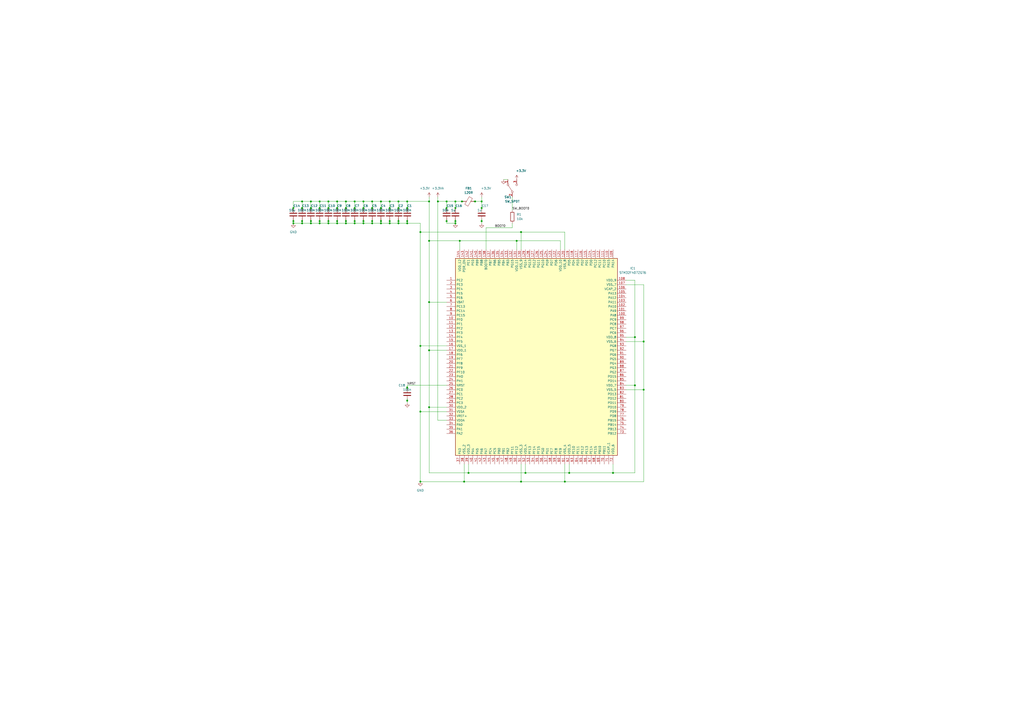
<source format=kicad_sch>
(kicad_sch (version 20230121) (generator eeschema)

  (uuid ba927162-b9f6-45a7-80b2-ebd881f388a6)

  (paper "A2")

  (lib_symbols
    (symbol "Device:C" (pin_numbers hide) (pin_names (offset 0.254)) (in_bom yes) (on_board yes)
      (property "Reference" "C" (at 0.635 2.54 0)
        (effects (font (size 1.27 1.27)) (justify left))
      )
      (property "Value" "C" (at 0.635 -2.54 0)
        (effects (font (size 1.27 1.27)) (justify left))
      )
      (property "Footprint" "" (at 0.9652 -3.81 0)
        (effects (font (size 1.27 1.27)) hide)
      )
      (property "Datasheet" "~" (at 0 0 0)
        (effects (font (size 1.27 1.27)) hide)
      )
      (property "ki_keywords" "cap capacitor" (at 0 0 0)
        (effects (font (size 1.27 1.27)) hide)
      )
      (property "ki_description" "Unpolarized capacitor" (at 0 0 0)
        (effects (font (size 1.27 1.27)) hide)
      )
      (property "ki_fp_filters" "C_*" (at 0 0 0)
        (effects (font (size 1.27 1.27)) hide)
      )
      (symbol "C_0_1"
        (polyline
          (pts
            (xy -2.032 -0.762)
            (xy 2.032 -0.762)
          )
          (stroke (width 0.508) (type default))
          (fill (type none))
        )
        (polyline
          (pts
            (xy -2.032 0.762)
            (xy 2.032 0.762)
          )
          (stroke (width 0.508) (type default))
          (fill (type none))
        )
      )
      (symbol "C_1_1"
        (pin passive line (at 0 3.81 270) (length 2.794)
          (name "~" (effects (font (size 1.27 1.27))))
          (number "1" (effects (font (size 1.27 1.27))))
        )
        (pin passive line (at 0 -3.81 90) (length 2.794)
          (name "~" (effects (font (size 1.27 1.27))))
          (number "2" (effects (font (size 1.27 1.27))))
        )
      )
    )
    (symbol "Device:FerriteBead" (pin_numbers hide) (pin_names (offset 0)) (in_bom yes) (on_board yes)
      (property "Reference" "FB" (at -3.81 0.635 90)
        (effects (font (size 1.27 1.27)))
      )
      (property "Value" "FerriteBead" (at 3.81 0 90)
        (effects (font (size 1.27 1.27)))
      )
      (property "Footprint" "" (at -1.778 0 90)
        (effects (font (size 1.27 1.27)) hide)
      )
      (property "Datasheet" "~" (at 0 0 0)
        (effects (font (size 1.27 1.27)) hide)
      )
      (property "ki_keywords" "L ferrite bead inductor filter" (at 0 0 0)
        (effects (font (size 1.27 1.27)) hide)
      )
      (property "ki_description" "Ferrite bead" (at 0 0 0)
        (effects (font (size 1.27 1.27)) hide)
      )
      (property "ki_fp_filters" "Inductor_* L_* *Ferrite*" (at 0 0 0)
        (effects (font (size 1.27 1.27)) hide)
      )
      (symbol "FerriteBead_0_1"
        (polyline
          (pts
            (xy 0 -1.27)
            (xy 0 -1.2192)
          )
          (stroke (width 0) (type default))
          (fill (type none))
        )
        (polyline
          (pts
            (xy 0 1.27)
            (xy 0 1.2954)
          )
          (stroke (width 0) (type default))
          (fill (type none))
        )
        (polyline
          (pts
            (xy -2.7686 0.4064)
            (xy -1.7018 2.2606)
            (xy 2.7686 -0.3048)
            (xy 1.6764 -2.159)
            (xy -2.7686 0.4064)
          )
          (stroke (width 0) (type default))
          (fill (type none))
        )
      )
      (symbol "FerriteBead_1_1"
        (pin passive line (at 0 3.81 270) (length 2.54)
          (name "~" (effects (font (size 1.27 1.27))))
          (number "1" (effects (font (size 1.27 1.27))))
        )
        (pin passive line (at 0 -3.81 90) (length 2.54)
          (name "~" (effects (font (size 1.27 1.27))))
          (number "2" (effects (font (size 1.27 1.27))))
        )
      )
    )
    (symbol "Device:R" (pin_numbers hide) (pin_names (offset 0)) (in_bom yes) (on_board yes)
      (property "Reference" "R" (at 2.032 0 90)
        (effects (font (size 1.27 1.27)))
      )
      (property "Value" "R" (at 0 0 90)
        (effects (font (size 1.27 1.27)))
      )
      (property "Footprint" "" (at -1.778 0 90)
        (effects (font (size 1.27 1.27)) hide)
      )
      (property "Datasheet" "~" (at 0 0 0)
        (effects (font (size 1.27 1.27)) hide)
      )
      (property "ki_keywords" "R res resistor" (at 0 0 0)
        (effects (font (size 1.27 1.27)) hide)
      )
      (property "ki_description" "Resistor" (at 0 0 0)
        (effects (font (size 1.27 1.27)) hide)
      )
      (property "ki_fp_filters" "R_*" (at 0 0 0)
        (effects (font (size 1.27 1.27)) hide)
      )
      (symbol "R_0_1"
        (rectangle (start -1.016 -2.54) (end 1.016 2.54)
          (stroke (width 0.254) (type default))
          (fill (type none))
        )
      )
      (symbol "R_1_1"
        (pin passive line (at 0 3.81 270) (length 1.27)
          (name "~" (effects (font (size 1.27 1.27))))
          (number "1" (effects (font (size 1.27 1.27))))
        )
        (pin passive line (at 0 -3.81 90) (length 1.27)
          (name "~" (effects (font (size 1.27 1.27))))
          (number "2" (effects (font (size 1.27 1.27))))
        )
      )
    )
    (symbol "STM32F407ZGT6:STM32F407ZGT6" (in_bom yes) (on_board yes)
      (property "Reference" "IC" (at 100.33 17.78 0)
        (effects (font (size 1.27 1.27)) (justify left top))
      )
      (property "Value" "STM32F407ZGT6" (at 100.33 15.24 0)
        (effects (font (size 1.27 1.27)) (justify left top))
      )
      (property "Footprint" "QFP50P2200X2200X160-144N" (at 100.33 -84.76 0)
        (effects (font (size 1.27 1.27)) (justify left top) hide)
      )
      (property "Datasheet" "http://www.st.com/web/en/resource/technical/document/datasheet/DM00037051.pdf" (at 100.33 -184.76 0)
        (effects (font (size 1.27 1.27)) (justify left top) hide)
      )
      (property "Height" "1.6" (at 100.33 -384.76 0)
        (effects (font (size 1.27 1.27)) (justify left top) hide)
      )
      (property "Mouser Part Number" "511-STM32F407ZGT6" (at 100.33 -484.76 0)
        (effects (font (size 1.27 1.27)) (justify left top) hide)
      )
      (property "Mouser Price/Stock" "https://www.mouser.co.uk/ProductDetail/STMicroelectronics/STM32F407ZGT6?qs=Z8%252BeY1k3TIKo142SZNWnSQ%3D%3D" (at 100.33 -584.76 0)
        (effects (font (size 1.27 1.27)) (justify left top) hide)
      )
      (property "Manufacturer_Name" "STMicroelectronics" (at 100.33 -684.76 0)
        (effects (font (size 1.27 1.27)) (justify left top) hide)
      )
      (property "Manufacturer_Part_Number" "STM32F407ZGT6" (at 100.33 -784.76 0)
        (effects (font (size 1.27 1.27)) (justify left top) hide)
      )
      (property "ki_description" "MCU 32-Bit, ARM Cortex M4, 1MB Flash STMicroelectronics STM32F407ZGT6, 32bit ARM Cortex M4F Microcontroller, 168MHz, 1024 kB Flash, 144-Pin LQFP" (at 0 0 0)
        (effects (font (size 1.27 1.27)) hide)
      )
      (symbol "STM32F407ZGT6_1_1"
        (rectangle (start 5.08 12.7) (end 99.06 -101.6)
          (stroke (width 0.254) (type default))
          (fill (type background))
        )
        (pin passive line (at 0 0 0) (length 5.08)
          (name "PE2" (effects (font (size 1.27 1.27))))
          (number "1" (effects (font (size 1.27 1.27))))
        )
        (pin passive line (at 0 -22.86 0) (length 5.08)
          (name "PF0" (effects (font (size 1.27 1.27))))
          (number "10" (effects (font (size 1.27 1.27))))
        )
        (pin passive line (at 104.14 -20.32 180) (length 5.08)
          (name "PA8" (effects (font (size 1.27 1.27))))
          (number "100" (effects (font (size 1.27 1.27))))
        )
        (pin passive line (at 104.14 -17.78 180) (length 5.08)
          (name "PA9" (effects (font (size 1.27 1.27))))
          (number "101" (effects (font (size 1.27 1.27))))
        )
        (pin passive line (at 104.14 -15.24 180) (length 5.08)
          (name "PA10" (effects (font (size 1.27 1.27))))
          (number "102" (effects (font (size 1.27 1.27))))
        )
        (pin passive line (at 104.14 -12.7 180) (length 5.08)
          (name "PA11" (effects (font (size 1.27 1.27))))
          (number "103" (effects (font (size 1.27 1.27))))
        )
        (pin passive line (at 104.14 -10.16 180) (length 5.08)
          (name "PA12" (effects (font (size 1.27 1.27))))
          (number "104" (effects (font (size 1.27 1.27))))
        )
        (pin passive line (at 104.14 -7.62 180) (length 5.08)
          (name "PA13" (effects (font (size 1.27 1.27))))
          (number "105" (effects (font (size 1.27 1.27))))
        )
        (pin passive line (at 104.14 -5.08 180) (length 5.08)
          (name "VCAP_2" (effects (font (size 1.27 1.27))))
          (number "106" (effects (font (size 1.27 1.27))))
        )
        (pin passive line (at 104.14 -2.54 180) (length 5.08)
          (name "VSS_7" (effects (font (size 1.27 1.27))))
          (number "107" (effects (font (size 1.27 1.27))))
        )
        (pin passive line (at 104.14 0 180) (length 5.08)
          (name "VDD_9" (effects (font (size 1.27 1.27))))
          (number "108" (effects (font (size 1.27 1.27))))
        )
        (pin passive line (at 96.52 17.78 270) (length 5.08)
          (name "PA14" (effects (font (size 1.27 1.27))))
          (number "109" (effects (font (size 1.27 1.27))))
        )
        (pin passive line (at 0 -25.4 0) (length 5.08)
          (name "PF1" (effects (font (size 1.27 1.27))))
          (number "11" (effects (font (size 1.27 1.27))))
        )
        (pin passive line (at 93.98 17.78 270) (length 5.08)
          (name "PA15" (effects (font (size 1.27 1.27))))
          (number "110" (effects (font (size 1.27 1.27))))
        )
        (pin passive line (at 91.44 17.78 270) (length 5.08)
          (name "PC10" (effects (font (size 1.27 1.27))))
          (number "111" (effects (font (size 1.27 1.27))))
        )
        (pin passive line (at 88.9 17.78 270) (length 5.08)
          (name "PC11" (effects (font (size 1.27 1.27))))
          (number "112" (effects (font (size 1.27 1.27))))
        )
        (pin passive line (at 86.36 17.78 270) (length 5.08)
          (name "PC12" (effects (font (size 1.27 1.27))))
          (number "113" (effects (font (size 1.27 1.27))))
        )
        (pin passive line (at 83.82 17.78 270) (length 5.08)
          (name "PD0" (effects (font (size 1.27 1.27))))
          (number "114" (effects (font (size 1.27 1.27))))
        )
        (pin passive line (at 81.28 17.78 270) (length 5.08)
          (name "PD1" (effects (font (size 1.27 1.27))))
          (number "115" (effects (font (size 1.27 1.27))))
        )
        (pin passive line (at 78.74 17.78 270) (length 5.08)
          (name "PD2" (effects (font (size 1.27 1.27))))
          (number "116" (effects (font (size 1.27 1.27))))
        )
        (pin passive line (at 76.2 17.78 270) (length 5.08)
          (name "PD3" (effects (font (size 1.27 1.27))))
          (number "117" (effects (font (size 1.27 1.27))))
        )
        (pin passive line (at 73.66 17.78 270) (length 5.08)
          (name "PD4" (effects (font (size 1.27 1.27))))
          (number "118" (effects (font (size 1.27 1.27))))
        )
        (pin passive line (at 71.12 17.78 270) (length 5.08)
          (name "PD5" (effects (font (size 1.27 1.27))))
          (number "119" (effects (font (size 1.27 1.27))))
        )
        (pin passive line (at 0 -27.94 0) (length 5.08)
          (name "PF2" (effects (font (size 1.27 1.27))))
          (number "12" (effects (font (size 1.27 1.27))))
        )
        (pin passive line (at 68.58 17.78 270) (length 5.08)
          (name "VSS_8" (effects (font (size 1.27 1.27))))
          (number "120" (effects (font (size 1.27 1.27))))
        )
        (pin passive line (at 66.04 17.78 270) (length 5.08)
          (name "VDD_10" (effects (font (size 1.27 1.27))))
          (number "121" (effects (font (size 1.27 1.27))))
        )
        (pin passive line (at 63.5 17.78 270) (length 5.08)
          (name "PD6" (effects (font (size 1.27 1.27))))
          (number "122" (effects (font (size 1.27 1.27))))
        )
        (pin passive line (at 60.96 17.78 270) (length 5.08)
          (name "PD7" (effects (font (size 1.27 1.27))))
          (number "123" (effects (font (size 1.27 1.27))))
        )
        (pin passive line (at 58.42 17.78 270) (length 5.08)
          (name "PG9" (effects (font (size 1.27 1.27))))
          (number "124" (effects (font (size 1.27 1.27))))
        )
        (pin passive line (at 55.88 17.78 270) (length 5.08)
          (name "PG10" (effects (font (size 1.27 1.27))))
          (number "125" (effects (font (size 1.27 1.27))))
        )
        (pin passive line (at 53.34 17.78 270) (length 5.08)
          (name "PG11" (effects (font (size 1.27 1.27))))
          (number "126" (effects (font (size 1.27 1.27))))
        )
        (pin passive line (at 50.8 17.78 270) (length 5.08)
          (name "PG12" (effects (font (size 1.27 1.27))))
          (number "127" (effects (font (size 1.27 1.27))))
        )
        (pin passive line (at 48.26 17.78 270) (length 5.08)
          (name "PG13" (effects (font (size 1.27 1.27))))
          (number "128" (effects (font (size 1.27 1.27))))
        )
        (pin passive line (at 45.72 17.78 270) (length 5.08)
          (name "PG14" (effects (font (size 1.27 1.27))))
          (number "129" (effects (font (size 1.27 1.27))))
        )
        (pin passive line (at 0 -30.48 0) (length 5.08)
          (name "PF3" (effects (font (size 1.27 1.27))))
          (number "13" (effects (font (size 1.27 1.27))))
        )
        (pin passive line (at 43.18 17.78 270) (length 5.08)
          (name "VSS_9" (effects (font (size 1.27 1.27))))
          (number "130" (effects (font (size 1.27 1.27))))
        )
        (pin passive line (at 40.64 17.78 270) (length 5.08)
          (name "VDD_11" (effects (font (size 1.27 1.27))))
          (number "131" (effects (font (size 1.27 1.27))))
        )
        (pin passive line (at 38.1 17.78 270) (length 5.08)
          (name "PG15" (effects (font (size 1.27 1.27))))
          (number "132" (effects (font (size 1.27 1.27))))
        )
        (pin passive line (at 35.56 17.78 270) (length 5.08)
          (name "PB3" (effects (font (size 1.27 1.27))))
          (number "133" (effects (font (size 1.27 1.27))))
        )
        (pin passive line (at 33.02 17.78 270) (length 5.08)
          (name "PB4" (effects (font (size 1.27 1.27))))
          (number "134" (effects (font (size 1.27 1.27))))
        )
        (pin passive line (at 30.48 17.78 270) (length 5.08)
          (name "PB5" (effects (font (size 1.27 1.27))))
          (number "135" (effects (font (size 1.27 1.27))))
        )
        (pin passive line (at 27.94 17.78 270) (length 5.08)
          (name "PB6" (effects (font (size 1.27 1.27))))
          (number "136" (effects (font (size 1.27 1.27))))
        )
        (pin passive line (at 25.4 17.78 270) (length 5.08)
          (name "PB7" (effects (font (size 1.27 1.27))))
          (number "137" (effects (font (size 1.27 1.27))))
        )
        (pin passive line (at 22.86 17.78 270) (length 5.08)
          (name "BOOT0" (effects (font (size 1.27 1.27))))
          (number "138" (effects (font (size 1.27 1.27))))
        )
        (pin passive line (at 20.32 17.78 270) (length 5.08)
          (name "PB8" (effects (font (size 1.27 1.27))))
          (number "139" (effects (font (size 1.27 1.27))))
        )
        (pin passive line (at 0 -33.02 0) (length 5.08)
          (name "PF4" (effects (font (size 1.27 1.27))))
          (number "14" (effects (font (size 1.27 1.27))))
        )
        (pin passive line (at 17.78 17.78 270) (length 5.08)
          (name "PB9" (effects (font (size 1.27 1.27))))
          (number "140" (effects (font (size 1.27 1.27))))
        )
        (pin passive line (at 15.24 17.78 270) (length 5.08)
          (name "PE0" (effects (font (size 1.27 1.27))))
          (number "141" (effects (font (size 1.27 1.27))))
        )
        (pin passive line (at 12.7 17.78 270) (length 5.08)
          (name "PE1" (effects (font (size 1.27 1.27))))
          (number "142" (effects (font (size 1.27 1.27))))
        )
        (pin passive line (at 10.16 17.78 270) (length 5.08)
          (name "PDR_ON" (effects (font (size 1.27 1.27))))
          (number "143" (effects (font (size 1.27 1.27))))
        )
        (pin passive line (at 7.62 17.78 270) (length 5.08)
          (name "VDD_12" (effects (font (size 1.27 1.27))))
          (number "144" (effects (font (size 1.27 1.27))))
        )
        (pin passive line (at 0 -35.56 0) (length 5.08)
          (name "PF5" (effects (font (size 1.27 1.27))))
          (number "15" (effects (font (size 1.27 1.27))))
        )
        (pin passive line (at 0 -38.1 0) (length 5.08)
          (name "VSS_1" (effects (font (size 1.27 1.27))))
          (number "16" (effects (font (size 1.27 1.27))))
        )
        (pin passive line (at 0 -40.64 0) (length 5.08)
          (name "VDD_1" (effects (font (size 1.27 1.27))))
          (number "17" (effects (font (size 1.27 1.27))))
        )
        (pin passive line (at 0 -43.18 0) (length 5.08)
          (name "PF6" (effects (font (size 1.27 1.27))))
          (number "18" (effects (font (size 1.27 1.27))))
        )
        (pin passive line (at 0 -45.72 0) (length 5.08)
          (name "PF7" (effects (font (size 1.27 1.27))))
          (number "19" (effects (font (size 1.27 1.27))))
        )
        (pin passive line (at 0 -2.54 0) (length 5.08)
          (name "PE3" (effects (font (size 1.27 1.27))))
          (number "2" (effects (font (size 1.27 1.27))))
        )
        (pin passive line (at 0 -48.26 0) (length 5.08)
          (name "PF8" (effects (font (size 1.27 1.27))))
          (number "20" (effects (font (size 1.27 1.27))))
        )
        (pin passive line (at 0 -50.8 0) (length 5.08)
          (name "PF9" (effects (font (size 1.27 1.27))))
          (number "21" (effects (font (size 1.27 1.27))))
        )
        (pin passive line (at 0 -53.34 0) (length 5.08)
          (name "PF10" (effects (font (size 1.27 1.27))))
          (number "22" (effects (font (size 1.27 1.27))))
        )
        (pin passive line (at 0 -55.88 0) (length 5.08)
          (name "PH0" (effects (font (size 1.27 1.27))))
          (number "23" (effects (font (size 1.27 1.27))))
        )
        (pin passive line (at 0 -58.42 0) (length 5.08)
          (name "PH1" (effects (font (size 1.27 1.27))))
          (number "24" (effects (font (size 1.27 1.27))))
        )
        (pin passive line (at 0 -60.96 0) (length 5.08)
          (name "NRST" (effects (font (size 1.27 1.27))))
          (number "25" (effects (font (size 1.27 1.27))))
        )
        (pin passive line (at 0 -63.5 0) (length 5.08)
          (name "PC0" (effects (font (size 1.27 1.27))))
          (number "26" (effects (font (size 1.27 1.27))))
        )
        (pin passive line (at 0 -66.04 0) (length 5.08)
          (name "PC1" (effects (font (size 1.27 1.27))))
          (number "27" (effects (font (size 1.27 1.27))))
        )
        (pin passive line (at 0 -68.58 0) (length 5.08)
          (name "PC2" (effects (font (size 1.27 1.27))))
          (number "28" (effects (font (size 1.27 1.27))))
        )
        (pin passive line (at 0 -71.12 0) (length 5.08)
          (name "PC3" (effects (font (size 1.27 1.27))))
          (number "29" (effects (font (size 1.27 1.27))))
        )
        (pin passive line (at 0 -5.08 0) (length 5.08)
          (name "PE4" (effects (font (size 1.27 1.27))))
          (number "3" (effects (font (size 1.27 1.27))))
        )
        (pin passive line (at 0 -73.66 0) (length 5.08)
          (name "VDD_2" (effects (font (size 1.27 1.27))))
          (number "30" (effects (font (size 1.27 1.27))))
        )
        (pin passive line (at 0 -76.2 0) (length 5.08)
          (name "VSSA" (effects (font (size 1.27 1.27))))
          (number "31" (effects (font (size 1.27 1.27))))
        )
        (pin passive line (at 0 -78.74 0) (length 5.08)
          (name "VREF+" (effects (font (size 1.27 1.27))))
          (number "32" (effects (font (size 1.27 1.27))))
        )
        (pin passive line (at 0 -81.28 0) (length 5.08)
          (name "VDDA" (effects (font (size 1.27 1.27))))
          (number "33" (effects (font (size 1.27 1.27))))
        )
        (pin passive line (at 0 -83.82 0) (length 5.08)
          (name "PA0" (effects (font (size 1.27 1.27))))
          (number "34" (effects (font (size 1.27 1.27))))
        )
        (pin passive line (at 0 -86.36 0) (length 5.08)
          (name "PA1" (effects (font (size 1.27 1.27))))
          (number "35" (effects (font (size 1.27 1.27))))
        )
        (pin passive line (at 0 -88.9 0) (length 5.08)
          (name "PA2" (effects (font (size 1.27 1.27))))
          (number "36" (effects (font (size 1.27 1.27))))
        )
        (pin passive line (at 7.62 -106.68 90) (length 5.08)
          (name "PA3" (effects (font (size 1.27 1.27))))
          (number "37" (effects (font (size 1.27 1.27))))
        )
        (pin passive line (at 10.16 -106.68 90) (length 5.08)
          (name "VSS_2" (effects (font (size 1.27 1.27))))
          (number "38" (effects (font (size 1.27 1.27))))
        )
        (pin passive line (at 12.7 -106.68 90) (length 5.08)
          (name "VDD_3" (effects (font (size 1.27 1.27))))
          (number "39" (effects (font (size 1.27 1.27))))
        )
        (pin passive line (at 0 -7.62 0) (length 5.08)
          (name "PE5" (effects (font (size 1.27 1.27))))
          (number "4" (effects (font (size 1.27 1.27))))
        )
        (pin passive line (at 15.24 -106.68 90) (length 5.08)
          (name "PA4" (effects (font (size 1.27 1.27))))
          (number "40" (effects (font (size 1.27 1.27))))
        )
        (pin passive line (at 17.78 -106.68 90) (length 5.08)
          (name "PA5" (effects (font (size 1.27 1.27))))
          (number "41" (effects (font (size 1.27 1.27))))
        )
        (pin passive line (at 20.32 -106.68 90) (length 5.08)
          (name "PA6" (effects (font (size 1.27 1.27))))
          (number "42" (effects (font (size 1.27 1.27))))
        )
        (pin passive line (at 22.86 -106.68 90) (length 5.08)
          (name "PA7" (effects (font (size 1.27 1.27))))
          (number "43" (effects (font (size 1.27 1.27))))
        )
        (pin passive line (at 25.4 -106.68 90) (length 5.08)
          (name "PC4" (effects (font (size 1.27 1.27))))
          (number "44" (effects (font (size 1.27 1.27))))
        )
        (pin passive line (at 27.94 -106.68 90) (length 5.08)
          (name "PC5" (effects (font (size 1.27 1.27))))
          (number "45" (effects (font (size 1.27 1.27))))
        )
        (pin passive line (at 30.48 -106.68 90) (length 5.08)
          (name "PB0" (effects (font (size 1.27 1.27))))
          (number "46" (effects (font (size 1.27 1.27))))
        )
        (pin passive line (at 33.02 -106.68 90) (length 5.08)
          (name "PB1" (effects (font (size 1.27 1.27))))
          (number "47" (effects (font (size 1.27 1.27))))
        )
        (pin passive line (at 35.56 -106.68 90) (length 5.08)
          (name "PB2" (effects (font (size 1.27 1.27))))
          (number "48" (effects (font (size 1.27 1.27))))
        )
        (pin passive line (at 38.1 -106.68 90) (length 5.08)
          (name "PF11" (effects (font (size 1.27 1.27))))
          (number "49" (effects (font (size 1.27 1.27))))
        )
        (pin passive line (at 0 -10.16 0) (length 5.08)
          (name "PE6" (effects (font (size 1.27 1.27))))
          (number "5" (effects (font (size 1.27 1.27))))
        )
        (pin passive line (at 40.64 -106.68 90) (length 5.08)
          (name "PF12" (effects (font (size 1.27 1.27))))
          (number "50" (effects (font (size 1.27 1.27))))
        )
        (pin passive line (at 43.18 -106.68 90) (length 5.08)
          (name "VSS_3" (effects (font (size 1.27 1.27))))
          (number "51" (effects (font (size 1.27 1.27))))
        )
        (pin passive line (at 45.72 -106.68 90) (length 5.08)
          (name "VDD_4" (effects (font (size 1.27 1.27))))
          (number "52" (effects (font (size 1.27 1.27))))
        )
        (pin passive line (at 48.26 -106.68 90) (length 5.08)
          (name "PF13" (effects (font (size 1.27 1.27))))
          (number "53" (effects (font (size 1.27 1.27))))
        )
        (pin passive line (at 50.8 -106.68 90) (length 5.08)
          (name "PF14" (effects (font (size 1.27 1.27))))
          (number "54" (effects (font (size 1.27 1.27))))
        )
        (pin passive line (at 53.34 -106.68 90) (length 5.08)
          (name "PF15" (effects (font (size 1.27 1.27))))
          (number "55" (effects (font (size 1.27 1.27))))
        )
        (pin passive line (at 55.88 -106.68 90) (length 5.08)
          (name "PG0" (effects (font (size 1.27 1.27))))
          (number "56" (effects (font (size 1.27 1.27))))
        )
        (pin passive line (at 58.42 -106.68 90) (length 5.08)
          (name "PG1" (effects (font (size 1.27 1.27))))
          (number "57" (effects (font (size 1.27 1.27))))
        )
        (pin passive line (at 60.96 -106.68 90) (length 5.08)
          (name "PE7" (effects (font (size 1.27 1.27))))
          (number "58" (effects (font (size 1.27 1.27))))
        )
        (pin passive line (at 63.5 -106.68 90) (length 5.08)
          (name "PE8" (effects (font (size 1.27 1.27))))
          (number "59" (effects (font (size 1.27 1.27))))
        )
        (pin passive line (at 0 -12.7 0) (length 5.08)
          (name "VBAT" (effects (font (size 1.27 1.27))))
          (number "6" (effects (font (size 1.27 1.27))))
        )
        (pin passive line (at 66.04 -106.68 90) (length 5.08)
          (name "PE9" (effects (font (size 1.27 1.27))))
          (number "60" (effects (font (size 1.27 1.27))))
        )
        (pin passive line (at 68.58 -106.68 90) (length 5.08)
          (name "VSS_4" (effects (font (size 1.27 1.27))))
          (number "61" (effects (font (size 1.27 1.27))))
        )
        (pin passive line (at 71.12 -106.68 90) (length 5.08)
          (name "VDD_5" (effects (font (size 1.27 1.27))))
          (number "62" (effects (font (size 1.27 1.27))))
        )
        (pin passive line (at 73.66 -106.68 90) (length 5.08)
          (name "PE10" (effects (font (size 1.27 1.27))))
          (number "63" (effects (font (size 1.27 1.27))))
        )
        (pin passive line (at 76.2 -106.68 90) (length 5.08)
          (name "PE11" (effects (font (size 1.27 1.27))))
          (number "64" (effects (font (size 1.27 1.27))))
        )
        (pin passive line (at 78.74 -106.68 90) (length 5.08)
          (name "PE12" (effects (font (size 1.27 1.27))))
          (number "65" (effects (font (size 1.27 1.27))))
        )
        (pin passive line (at 81.28 -106.68 90) (length 5.08)
          (name "PE13" (effects (font (size 1.27 1.27))))
          (number "66" (effects (font (size 1.27 1.27))))
        )
        (pin passive line (at 83.82 -106.68 90) (length 5.08)
          (name "PE14" (effects (font (size 1.27 1.27))))
          (number "67" (effects (font (size 1.27 1.27))))
        )
        (pin passive line (at 86.36 -106.68 90) (length 5.08)
          (name "PE15" (effects (font (size 1.27 1.27))))
          (number "68" (effects (font (size 1.27 1.27))))
        )
        (pin passive line (at 88.9 -106.68 90) (length 5.08)
          (name "PB10" (effects (font (size 1.27 1.27))))
          (number "69" (effects (font (size 1.27 1.27))))
        )
        (pin passive line (at 0 -15.24 0) (length 5.08)
          (name "PC13" (effects (font (size 1.27 1.27))))
          (number "7" (effects (font (size 1.27 1.27))))
        )
        (pin passive line (at 91.44 -106.68 90) (length 5.08)
          (name "PB11" (effects (font (size 1.27 1.27))))
          (number "70" (effects (font (size 1.27 1.27))))
        )
        (pin passive line (at 93.98 -106.68 90) (length 5.08)
          (name "VCAP_1" (effects (font (size 1.27 1.27))))
          (number "71" (effects (font (size 1.27 1.27))))
        )
        (pin passive line (at 96.52 -106.68 90) (length 5.08)
          (name "VDD_6" (effects (font (size 1.27 1.27))))
          (number "72" (effects (font (size 1.27 1.27))))
        )
        (pin passive line (at 104.14 -88.9 180) (length 5.08)
          (name "PB12" (effects (font (size 1.27 1.27))))
          (number "73" (effects (font (size 1.27 1.27))))
        )
        (pin passive line (at 104.14 -86.36 180) (length 5.08)
          (name "PB13" (effects (font (size 1.27 1.27))))
          (number "74" (effects (font (size 1.27 1.27))))
        )
        (pin passive line (at 104.14 -83.82 180) (length 5.08)
          (name "PB14" (effects (font (size 1.27 1.27))))
          (number "75" (effects (font (size 1.27 1.27))))
        )
        (pin passive line (at 104.14 -81.28 180) (length 5.08)
          (name "PB15" (effects (font (size 1.27 1.27))))
          (number "76" (effects (font (size 1.27 1.27))))
        )
        (pin passive line (at 104.14 -78.74 180) (length 5.08)
          (name "PD8" (effects (font (size 1.27 1.27))))
          (number "77" (effects (font (size 1.27 1.27))))
        )
        (pin passive line (at 104.14 -76.2 180) (length 5.08)
          (name "PD9" (effects (font (size 1.27 1.27))))
          (number "78" (effects (font (size 1.27 1.27))))
        )
        (pin passive line (at 104.14 -73.66 180) (length 5.08)
          (name "PD10" (effects (font (size 1.27 1.27))))
          (number "79" (effects (font (size 1.27 1.27))))
        )
        (pin passive line (at 0 -17.78 0) (length 5.08)
          (name "PC14" (effects (font (size 1.27 1.27))))
          (number "8" (effects (font (size 1.27 1.27))))
        )
        (pin passive line (at 104.14 -71.12 180) (length 5.08)
          (name "PD11" (effects (font (size 1.27 1.27))))
          (number "80" (effects (font (size 1.27 1.27))))
        )
        (pin passive line (at 104.14 -68.58 180) (length 5.08)
          (name "PD12" (effects (font (size 1.27 1.27))))
          (number "81" (effects (font (size 1.27 1.27))))
        )
        (pin passive line (at 104.14 -66.04 180) (length 5.08)
          (name "PD13" (effects (font (size 1.27 1.27))))
          (number "82" (effects (font (size 1.27 1.27))))
        )
        (pin passive line (at 104.14 -63.5 180) (length 5.08)
          (name "VSS_5" (effects (font (size 1.27 1.27))))
          (number "83" (effects (font (size 1.27 1.27))))
        )
        (pin passive line (at 104.14 -60.96 180) (length 5.08)
          (name "VDD_7" (effects (font (size 1.27 1.27))))
          (number "84" (effects (font (size 1.27 1.27))))
        )
        (pin passive line (at 104.14 -58.42 180) (length 5.08)
          (name "PD14" (effects (font (size 1.27 1.27))))
          (number "85" (effects (font (size 1.27 1.27))))
        )
        (pin passive line (at 104.14 -55.88 180) (length 5.08)
          (name "PD15" (effects (font (size 1.27 1.27))))
          (number "86" (effects (font (size 1.27 1.27))))
        )
        (pin passive line (at 104.14 -53.34 180) (length 5.08)
          (name "PG2" (effects (font (size 1.27 1.27))))
          (number "87" (effects (font (size 1.27 1.27))))
        )
        (pin passive line (at 104.14 -50.8 180) (length 5.08)
          (name "PG3" (effects (font (size 1.27 1.27))))
          (number "88" (effects (font (size 1.27 1.27))))
        )
        (pin passive line (at 104.14 -48.26 180) (length 5.08)
          (name "PG4" (effects (font (size 1.27 1.27))))
          (number "89" (effects (font (size 1.27 1.27))))
        )
        (pin passive line (at 0 -20.32 0) (length 5.08)
          (name "PC15" (effects (font (size 1.27 1.27))))
          (number "9" (effects (font (size 1.27 1.27))))
        )
        (pin passive line (at 104.14 -45.72 180) (length 5.08)
          (name "PG5" (effects (font (size 1.27 1.27))))
          (number "90" (effects (font (size 1.27 1.27))))
        )
        (pin passive line (at 104.14 -43.18 180) (length 5.08)
          (name "PG6" (effects (font (size 1.27 1.27))))
          (number "91" (effects (font (size 1.27 1.27))))
        )
        (pin passive line (at 104.14 -40.64 180) (length 5.08)
          (name "PG7" (effects (font (size 1.27 1.27))))
          (number "92" (effects (font (size 1.27 1.27))))
        )
        (pin passive line (at 104.14 -38.1 180) (length 5.08)
          (name "PG8" (effects (font (size 1.27 1.27))))
          (number "93" (effects (font (size 1.27 1.27))))
        )
        (pin passive line (at 104.14 -35.56 180) (length 5.08)
          (name "VSS_6" (effects (font (size 1.27 1.27))))
          (number "94" (effects (font (size 1.27 1.27))))
        )
        (pin passive line (at 104.14 -33.02 180) (length 5.08)
          (name "VDD_8" (effects (font (size 1.27 1.27))))
          (number "95" (effects (font (size 1.27 1.27))))
        )
        (pin passive line (at 104.14 -30.48 180) (length 5.08)
          (name "PC6" (effects (font (size 1.27 1.27))))
          (number "96" (effects (font (size 1.27 1.27))))
        )
        (pin passive line (at 104.14 -27.94 180) (length 5.08)
          (name "PC7" (effects (font (size 1.27 1.27))))
          (number "97" (effects (font (size 1.27 1.27))))
        )
        (pin passive line (at 104.14 -25.4 180) (length 5.08)
          (name "PC8" (effects (font (size 1.27 1.27))))
          (number "98" (effects (font (size 1.27 1.27))))
        )
        (pin passive line (at 104.14 -22.86 180) (length 5.08)
          (name "PC9" (effects (font (size 1.27 1.27))))
          (number "99" (effects (font (size 1.27 1.27))))
        )
      )
    )
    (symbol "Switch:SW_SPDT" (pin_names (offset 0) hide) (in_bom yes) (on_board yes)
      (property "Reference" "SW" (at 0 4.318 0)
        (effects (font (size 1.27 1.27)))
      )
      (property "Value" "SW_SPDT" (at 0 -5.08 0)
        (effects (font (size 1.27 1.27)))
      )
      (property "Footprint" "" (at 0 0 0)
        (effects (font (size 1.27 1.27)) hide)
      )
      (property "Datasheet" "~" (at 0 0 0)
        (effects (font (size 1.27 1.27)) hide)
      )
      (property "ki_keywords" "switch single-pole double-throw spdt ON-ON" (at 0 0 0)
        (effects (font (size 1.27 1.27)) hide)
      )
      (property "ki_description" "Switch, single pole double throw" (at 0 0 0)
        (effects (font (size 1.27 1.27)) hide)
      )
      (symbol "SW_SPDT_0_0"
        (circle (center -2.032 0) (radius 0.508)
          (stroke (width 0) (type default))
          (fill (type none))
        )
        (circle (center 2.032 -2.54) (radius 0.508)
          (stroke (width 0) (type default))
          (fill (type none))
        )
      )
      (symbol "SW_SPDT_0_1"
        (polyline
          (pts
            (xy -1.524 0.254)
            (xy 1.651 2.286)
          )
          (stroke (width 0) (type default))
          (fill (type none))
        )
        (circle (center 2.032 2.54) (radius 0.508)
          (stroke (width 0) (type default))
          (fill (type none))
        )
      )
      (symbol "SW_SPDT_1_1"
        (pin passive line (at 5.08 2.54 180) (length 2.54)
          (name "A" (effects (font (size 1.27 1.27))))
          (number "1" (effects (font (size 1.27 1.27))))
        )
        (pin passive line (at -5.08 0 0) (length 2.54)
          (name "B" (effects (font (size 1.27 1.27))))
          (number "2" (effects (font (size 1.27 1.27))))
        )
        (pin passive line (at 5.08 -2.54 180) (length 2.54)
          (name "C" (effects (font (size 1.27 1.27))))
          (number "3" (effects (font (size 1.27 1.27))))
        )
      )
    )
    (symbol "power:+3.3V" (power) (pin_names (offset 0)) (in_bom yes) (on_board yes)
      (property "Reference" "#PWR" (at 0 -3.81 0)
        (effects (font (size 1.27 1.27)) hide)
      )
      (property "Value" "+3.3V" (at 0 3.556 0)
        (effects (font (size 1.27 1.27)))
      )
      (property "Footprint" "" (at 0 0 0)
        (effects (font (size 1.27 1.27)) hide)
      )
      (property "Datasheet" "" (at 0 0 0)
        (effects (font (size 1.27 1.27)) hide)
      )
      (property "ki_keywords" "global power" (at 0 0 0)
        (effects (font (size 1.27 1.27)) hide)
      )
      (property "ki_description" "Power symbol creates a global label with name \"+3.3V\"" (at 0 0 0)
        (effects (font (size 1.27 1.27)) hide)
      )
      (symbol "+3.3V_0_1"
        (polyline
          (pts
            (xy -0.762 1.27)
            (xy 0 2.54)
          )
          (stroke (width 0) (type default))
          (fill (type none))
        )
        (polyline
          (pts
            (xy 0 0)
            (xy 0 2.54)
          )
          (stroke (width 0) (type default))
          (fill (type none))
        )
        (polyline
          (pts
            (xy 0 2.54)
            (xy 0.762 1.27)
          )
          (stroke (width 0) (type default))
          (fill (type none))
        )
      )
      (symbol "+3.3V_1_1"
        (pin power_in line (at 0 0 90) (length 0) hide
          (name "+3.3V" (effects (font (size 1.27 1.27))))
          (number "1" (effects (font (size 1.27 1.27))))
        )
      )
    )
    (symbol "power:+3.3VA" (power) (pin_names (offset 0)) (in_bom yes) (on_board yes)
      (property "Reference" "#PWR" (at 0 -3.81 0)
        (effects (font (size 1.27 1.27)) hide)
      )
      (property "Value" "+3.3VA" (at 0 3.556 0)
        (effects (font (size 1.27 1.27)))
      )
      (property "Footprint" "" (at 0 0 0)
        (effects (font (size 1.27 1.27)) hide)
      )
      (property "Datasheet" "" (at 0 0 0)
        (effects (font (size 1.27 1.27)) hide)
      )
      (property "ki_keywords" "global power" (at 0 0 0)
        (effects (font (size 1.27 1.27)) hide)
      )
      (property "ki_description" "Power symbol creates a global label with name \"+3.3VA\"" (at 0 0 0)
        (effects (font (size 1.27 1.27)) hide)
      )
      (symbol "+3.3VA_0_1"
        (polyline
          (pts
            (xy -0.762 1.27)
            (xy 0 2.54)
          )
          (stroke (width 0) (type default))
          (fill (type none))
        )
        (polyline
          (pts
            (xy 0 0)
            (xy 0 2.54)
          )
          (stroke (width 0) (type default))
          (fill (type none))
        )
        (polyline
          (pts
            (xy 0 2.54)
            (xy 0.762 1.27)
          )
          (stroke (width 0) (type default))
          (fill (type none))
        )
      )
      (symbol "+3.3VA_1_1"
        (pin power_in line (at 0 0 90) (length 0) hide
          (name "+3.3VA" (effects (font (size 1.27 1.27))))
          (number "1" (effects (font (size 1.27 1.27))))
        )
      )
    )
    (symbol "power:GND" (power) (pin_names (offset 0)) (in_bom yes) (on_board yes)
      (property "Reference" "#PWR" (at 0 -6.35 0)
        (effects (font (size 1.27 1.27)) hide)
      )
      (property "Value" "GND" (at 0 -3.81 0)
        (effects (font (size 1.27 1.27)))
      )
      (property "Footprint" "" (at 0 0 0)
        (effects (font (size 1.27 1.27)) hide)
      )
      (property "Datasheet" "" (at 0 0 0)
        (effects (font (size 1.27 1.27)) hide)
      )
      (property "ki_keywords" "global power" (at 0 0 0)
        (effects (font (size 1.27 1.27)) hide)
      )
      (property "ki_description" "Power symbol creates a global label with name \"GND\" , ground" (at 0 0 0)
        (effects (font (size 1.27 1.27)) hide)
      )
      (symbol "GND_0_1"
        (polyline
          (pts
            (xy 0 0)
            (xy 0 -1.27)
            (xy 1.27 -1.27)
            (xy 0 -2.54)
            (xy -1.27 -1.27)
            (xy 0 -1.27)
          )
          (stroke (width 0) (type default))
          (fill (type none))
        )
      )
      (symbol "GND_1_1"
        (pin power_in line (at 0 0 270) (length 0) hide
          (name "GND" (effects (font (size 1.27 1.27))))
          (number "1" (effects (font (size 1.27 1.27))))
        )
      )
    )
  )

  (junction (at 236.22 116.84) (diameter 0) (color 0 0 0 0)
    (uuid 014ae25b-c49c-498f-909f-73ab8f45853a)
  )
  (junction (at 185.42 129.54) (diameter 0) (color 0 0 0 0)
    (uuid 034c2639-030a-4182-92a2-dd09a2dd7777)
  )
  (junction (at 210.82 116.84) (diameter 0) (color 0 0 0 0)
    (uuid 04d85b87-7504-4844-944c-d563fcd0605c)
  )
  (junction (at 180.34 128.27) (diameter 0) (color 0 0 0 0)
    (uuid 0500317c-8f23-4eb9-b245-2d9af9ac010b)
  )
  (junction (at 170.18 120.65) (diameter 0) (color 0 0 0 0)
    (uuid 0bd15cd7-7e0c-4851-9d1a-b8758687d2d2)
  )
  (junction (at 200.66 120.65) (diameter 0) (color 0 0 0 0)
    (uuid 0cac7b1e-0faf-4e48-bd43-a259f84160a2)
  )
  (junction (at 279.4 128.27) (diameter 0) (color 0 0 0 0)
    (uuid 113ad2b2-b59d-44b3-9e1f-9e6686cd32a9)
  )
  (junction (at 220.98 116.84) (diameter 0) (color 0 0 0 0)
    (uuid 1170d462-dc84-4db2-9a76-40c883dd2198)
  )
  (junction (at 210.82 120.65) (diameter 0) (color 0 0 0 0)
    (uuid 12836562-5238-48f8-8cf1-9089b8fea52d)
  )
  (junction (at 275.59 116.84) (diameter 0) (color 0 0 0 0)
    (uuid 1b3f505d-80e8-4c39-8d00-c0556ef0a69e)
  )
  (junction (at 195.58 129.54) (diameter 0) (color 0 0 0 0)
    (uuid 20701bbd-3509-487e-af1d-0ffbd7ab766f)
  )
  (junction (at 210.82 128.27) (diameter 0) (color 0 0 0 0)
    (uuid 21245baf-85b0-4b36-b2b0-2f706f7070c1)
  )
  (junction (at 231.14 116.84) (diameter 0) (color 0 0 0 0)
    (uuid 23cf3c6b-e2e7-4566-a125-a2f4d583789e)
  )
  (junction (at 190.5 120.65) (diameter 0) (color 0 0 0 0)
    (uuid 24099c76-40a7-454c-9628-d0eef105372b)
  )
  (junction (at 271.78 274.32) (diameter 0) (color 0 0 0 0)
    (uuid 265868fa-bb52-4891-9209-d40858c01e9f)
  )
  (junction (at 231.14 128.27) (diameter 0) (color 0 0 0 0)
    (uuid 289d4262-a320-40bd-ba67-faaf4d208632)
  )
  (junction (at 267.97 116.84) (diameter 0) (color 0 0 0 0)
    (uuid 294496b7-1280-4c8a-a818-cb98b4261138)
  )
  (junction (at 248.92 175.26) (diameter 0) (color 0 0 0 0)
    (uuid 2ab2fcb9-03fb-47f8-84e1-64a1bb5cf87e)
  )
  (junction (at 248.92 116.84) (diameter 0) (color 0 0 0 0)
    (uuid 3025f8d7-306e-4418-acc6-716f6d8098cd)
  )
  (junction (at 220.98 128.27) (diameter 0) (color 0 0 0 0)
    (uuid 357172c5-2634-4988-81ea-f86d1d476bb7)
  )
  (junction (at 200.66 129.54) (diameter 0) (color 0 0 0 0)
    (uuid 39e1bc92-1787-4331-845b-96f2a7452f32)
  )
  (junction (at 180.34 129.54) (diameter 0) (color 0 0 0 0)
    (uuid 3df90865-837a-4cfb-a2dc-425eed35cebd)
  )
  (junction (at 248.92 203.2) (diameter 0) (color 0 0 0 0)
    (uuid 40dede6c-36e1-46ac-9599-f2e798a6fa07)
  )
  (junction (at 236.22 232.41) (diameter 0) (color 0 0 0 0)
    (uuid 41a7a51a-c2a9-410d-b722-75a63e516372)
  )
  (junction (at 175.26 128.27) (diameter 0) (color 0 0 0 0)
    (uuid 4457b19e-6546-411f-907f-50f0a1610047)
  )
  (junction (at 243.84 279.4) (diameter 0) (color 0 0 0 0)
    (uuid 4ef4e111-fca9-435e-bd37-56cbaa7b4371)
  )
  (junction (at 299.72 139.7) (diameter 0) (color 0 0 0 0)
    (uuid 50b09607-cc5f-4855-a619-4e433ed8b203)
  )
  (junction (at 185.42 116.84) (diameter 0) (color 0 0 0 0)
    (uuid 559a53c3-3de8-471e-aa11-2f8ad88a01b3)
  )
  (junction (at 226.06 116.84) (diameter 0) (color 0 0 0 0)
    (uuid 55d57fa1-a8f0-45db-b1ae-ffa8b4269995)
  )
  (junction (at 195.58 120.65) (diameter 0) (color 0 0 0 0)
    (uuid 5b175aac-d735-4b92-b870-05ed606743cb)
  )
  (junction (at 205.74 129.54) (diameter 0) (color 0 0 0 0)
    (uuid 6458a48a-7e77-4cb9-9c9b-30841dded7ab)
  )
  (junction (at 205.74 116.84) (diameter 0) (color 0 0 0 0)
    (uuid 648ade63-6246-4781-a0e9-06fda65f4ed4)
  )
  (junction (at 248.92 139.7) (diameter 0) (color 0 0 0 0)
    (uuid 67492dc8-6d68-49ab-897f-db878df77cf8)
  )
  (junction (at 200.66 128.27) (diameter 0) (color 0 0 0 0)
    (uuid 674aa55f-afdc-47b5-a75d-d6d8b5d8ae74)
  )
  (junction (at 220.98 129.54) (diameter 0) (color 0 0 0 0)
    (uuid 674cd170-b021-4deb-9db7-dce71c9d0681)
  )
  (junction (at 248.92 236.22) (diameter 0) (color 0 0 0 0)
    (uuid 6a143420-9596-4283-83c7-cd2e32484fa0)
  )
  (junction (at 264.16 128.27) (diameter 0) (color 0 0 0 0)
    (uuid 6a51e097-18e3-4930-81c6-851a32e18fb5)
  )
  (junction (at 302.26 134.62) (diameter 0) (color 0 0 0 0)
    (uuid 6b4e6cce-4862-4bee-859a-0682e1dda326)
  )
  (junction (at 180.34 120.65) (diameter 0) (color 0 0 0 0)
    (uuid 6d2d39fa-0bcb-4a79-8422-c2c038ce9270)
  )
  (junction (at 254 116.84) (diameter 0) (color 0 0 0 0)
    (uuid 6fbf3ddf-9ee8-467f-a1ac-66e53f7f307e)
  )
  (junction (at 185.42 128.27) (diameter 0) (color 0 0 0 0)
    (uuid 744baf55-f157-431e-95c6-5c3cd7ad8607)
  )
  (junction (at 215.9 129.54) (diameter 0) (color 0 0 0 0)
    (uuid 76108505-1637-4461-bceb-f0cfd61594d5)
  )
  (junction (at 175.26 116.84) (diameter 0) (color 0 0 0 0)
    (uuid 7b5e40c2-e26f-4b2e-a484-4f7a931ace79)
  )
  (junction (at 259.08 116.84) (diameter 0) (color 0 0 0 0)
    (uuid 7c00e9e4-20a0-4a34-b639-ceba7b86d9d2)
  )
  (junction (at 373.38 198.12) (diameter 0) (color 0 0 0 0)
    (uuid 84a018fb-7a1c-4023-8af9-6b2ef1123b37)
  )
  (junction (at 236.22 224.79) (diameter 0) (color 0 0 0 0)
    (uuid 8846a085-c45f-46bc-8e83-28d8e451b4a0)
  )
  (junction (at 226.06 128.27) (diameter 0) (color 0 0 0 0)
    (uuid 8915a971-2041-488a-8353-c7b15a4e8327)
  )
  (junction (at 368.3 223.52) (diameter 0) (color 0 0 0 0)
    (uuid 8a8d77f9-ea21-4584-b4b1-6a4954319bb1)
  )
  (junction (at 373.38 226.06) (diameter 0) (color 0 0 0 0)
    (uuid 8ad12484-5b96-4cde-af4c-a8d5b15fe34b)
  )
  (junction (at 330.2 274.32) (diameter 0) (color 0 0 0 0)
    (uuid 911aa4c1-ba13-4e00-ad5d-d28c56c53750)
  )
  (junction (at 302.26 279.4) (diameter 0) (color 0 0 0 0)
    (uuid 954f685f-57ad-4818-a982-41d5917ba8e6)
  )
  (junction (at 269.24 279.4) (diameter 0) (color 0 0 0 0)
    (uuid 9b36ee7a-a44d-4a72-b003-b9f4225a6b66)
  )
  (junction (at 264.16 129.54) (diameter 0) (color 0 0 0 0)
    (uuid 9bcb672f-39ab-4b55-9f95-d35af9d36371)
  )
  (junction (at 170.18 129.54) (diameter 0) (color 0 0 0 0)
    (uuid 9cb12eac-b70d-4a29-a602-8dedc0dafe25)
  )
  (junction (at 259.08 128.27) (diameter 0) (color 0 0 0 0)
    (uuid 9dfa1b64-0e00-4210-adb3-80d06ba0898d)
  )
  (junction (at 175.26 120.65) (diameter 0) (color 0 0 0 0)
    (uuid 9f0335f4-53a3-4976-adb5-8f9c5fe7e28e)
  )
  (junction (at 368.3 195.58) (diameter 0) (color 0 0 0 0)
    (uuid a17a4985-2aa3-4e97-bd27-0b0c936a7e5b)
  )
  (junction (at 190.5 128.27) (diameter 0) (color 0 0 0 0)
    (uuid a545a5cc-d416-4371-a878-51f72abf56a3)
  )
  (junction (at 210.82 129.54) (diameter 0) (color 0 0 0 0)
    (uuid a8166c84-576d-411a-b032-02be8738c7ef)
  )
  (junction (at 185.42 120.65) (diameter 0) (color 0 0 0 0)
    (uuid ab4f500a-0b45-4f99-8f66-a4d28c0e8fb0)
  )
  (junction (at 243.84 238.76) (diameter 0) (color 0 0 0 0)
    (uuid b7061639-a97a-44f9-b7d0-e022482b711d)
  )
  (junction (at 195.58 128.27) (diameter 0) (color 0 0 0 0)
    (uuid bd388a48-a615-462a-b1b1-ef6d051726c5)
  )
  (junction (at 200.66 116.84) (diameter 0) (color 0 0 0 0)
    (uuid c33f5785-b8d7-4ad1-a772-fb24615f5688)
  )
  (junction (at 264.16 116.84) (diameter 0) (color 0 0 0 0)
    (uuid c369f9d1-fd02-4cc6-a0c8-8874dd905cbf)
  )
  (junction (at 236.22 120.65) (diameter 0) (color 0 0 0 0)
    (uuid c43600fb-2c11-43f0-a6d5-3c14b5a4c745)
  )
  (junction (at 259.08 120.65) (diameter 0) (color 0 0 0 0)
    (uuid c5882d08-199f-4edb-88c7-e9ea57a43849)
  )
  (junction (at 215.9 116.84) (diameter 0) (color 0 0 0 0)
    (uuid cc000bda-3c0a-4590-9d26-62c00ce82673)
  )
  (junction (at 243.84 200.66) (diameter 0) (color 0 0 0 0)
    (uuid cdc82fb2-4648-48b3-8021-966a7021675b)
  )
  (junction (at 304.8 274.32) (diameter 0) (color 0 0 0 0)
    (uuid cf0b86c9-6b75-450d-aec5-23b9b294e43b)
  )
  (junction (at 220.98 120.65) (diameter 0) (color 0 0 0 0)
    (uuid cf588a54-259c-4b25-8728-849e65df5a33)
  )
  (junction (at 215.9 120.65) (diameter 0) (color 0 0 0 0)
    (uuid d1db8867-5aab-4dc6-8973-375484f82855)
  )
  (junction (at 279.4 120.65) (diameter 0) (color 0 0 0 0)
    (uuid d3f00bce-46e7-4213-8c28-d8d5b1c9a573)
  )
  (junction (at 195.58 116.84) (diameter 0) (color 0 0 0 0)
    (uuid d612a193-dc50-4ca7-9d80-384a5906cfb0)
  )
  (junction (at 175.26 129.54) (diameter 0) (color 0 0 0 0)
    (uuid d632ac3b-bdaa-4a7c-88d9-4f1d431b7fbb)
  )
  (junction (at 279.4 116.84) (diameter 0) (color 0 0 0 0)
    (uuid dd263081-8bf7-433e-a26a-5c25d0fe57f7)
  )
  (junction (at 190.5 116.84) (diameter 0) (color 0 0 0 0)
    (uuid ddbce26f-e9e3-4621-9b47-ba1be14a82e1)
  )
  (junction (at 180.34 116.84) (diameter 0) (color 0 0 0 0)
    (uuid dec75b76-9987-4755-af84-b570f6e857ce)
  )
  (junction (at 190.5 129.54) (diameter 0) (color 0 0 0 0)
    (uuid e026f2e9-7aa3-4c68-b756-f5b627ed60c7)
  )
  (junction (at 327.66 279.4) (diameter 0) (color 0 0 0 0)
    (uuid e42c93c3-c382-4612-b620-6e4b2851c328)
  )
  (junction (at 231.14 129.54) (diameter 0) (color 0 0 0 0)
    (uuid e5ef8b8b-7893-4863-b9eb-de92b6a2be19)
  )
  (junction (at 205.74 120.65) (diameter 0) (color 0 0 0 0)
    (uuid e7d4db9b-6077-48a2-8eee-40d18c9f5817)
  )
  (junction (at 243.84 134.62) (diameter 0) (color 0 0 0 0)
    (uuid ea83a38d-1397-44d7-ad4a-1c6704c38fb3)
  )
  (junction (at 205.74 128.27) (diameter 0) (color 0 0 0 0)
    (uuid eb3c1b60-c7c1-4006-94c0-7edb9aed04bb)
  )
  (junction (at 226.06 120.65) (diameter 0) (color 0 0 0 0)
    (uuid ed9889d5-3b42-4055-95af-037b00410874)
  )
  (junction (at 264.16 120.65) (diameter 0) (color 0 0 0 0)
    (uuid f2307638-a0e8-4bce-9b2a-96f3acc07e0c)
  )
  (junction (at 231.14 120.65) (diameter 0) (color 0 0 0 0)
    (uuid f5e31f3c-bfcb-4a05-b15c-535caf07db7d)
  )
  (junction (at 266.7 139.7) (diameter 0) (color 0 0 0 0)
    (uuid f65197c8-4a9a-414e-be12-dc06ea96da30)
  )
  (junction (at 236.22 129.54) (diameter 0) (color 0 0 0 0)
    (uuid f75a58d8-2c48-481f-94de-d8c347b66853)
  )
  (junction (at 170.18 128.27) (diameter 0) (color 0 0 0 0)
    (uuid f7bfaa3e-8909-4eff-935a-4dba2426c305)
  )
  (junction (at 215.9 128.27) (diameter 0) (color 0 0 0 0)
    (uuid f7e59c9b-f738-4b02-bdbc-ac37cf278107)
  )
  (junction (at 236.22 128.27) (diameter 0) (color 0 0 0 0)
    (uuid f88c8fdb-5f5d-4197-a8eb-bf0916fbbbd1)
  )
  (junction (at 355.6 274.32) (diameter 0) (color 0 0 0 0)
    (uuid fcdba403-7a00-46cc-9999-c611ba1778d3)
  )
  (junction (at 226.06 129.54) (diameter 0) (color 0 0 0 0)
    (uuid fd7504e3-dac1-4677-b42c-40d860f0fcdf)
  )

  (wire (pts (xy 236.22 116.84) (xy 248.92 116.84))
    (stroke (width 0) (type default))
    (uuid 010aaf75-0319-4df4-84d3-ef10adbf756a)
  )
  (wire (pts (xy 195.58 120.65) (xy 195.58 121.92))
    (stroke (width 0) (type default))
    (uuid 01331e6f-85c1-42a7-a2e5-1bbf887737f0)
  )
  (wire (pts (xy 195.58 116.84) (xy 200.66 116.84))
    (stroke (width 0) (type default))
    (uuid 09561283-e439-45fd-8dc3-35b48220750f)
  )
  (wire (pts (xy 304.8 274.32) (xy 330.2 274.32))
    (stroke (width 0) (type default))
    (uuid 0a90fa56-f937-4101-96dc-0f974f7d5a5c)
  )
  (wire (pts (xy 373.38 165.1) (xy 373.38 198.12))
    (stroke (width 0) (type default))
    (uuid 0e346f2e-21f8-4b7e-8bda-a8cfc8dc6382)
  )
  (wire (pts (xy 231.14 128.27) (xy 231.14 129.54))
    (stroke (width 0) (type default))
    (uuid 0f897e4f-740f-4e87-a775-719093526bf2)
  )
  (wire (pts (xy 175.26 128.27) (xy 175.26 129.54))
    (stroke (width 0) (type default))
    (uuid 12096c36-1004-498f-afe6-698335f37b27)
  )
  (wire (pts (xy 231.14 129.54) (xy 236.22 129.54))
    (stroke (width 0) (type default))
    (uuid 1437b8cd-babd-4f60-bc35-410894a936ae)
  )
  (wire (pts (xy 327.66 269.24) (xy 327.66 279.4))
    (stroke (width 0) (type default))
    (uuid 17206108-eb95-4048-adaf-19434670ccf5)
  )
  (wire (pts (xy 279.4 120.65) (xy 279.4 121.92))
    (stroke (width 0) (type default))
    (uuid 181101a8-ef7e-471e-b1a9-5b61be04b04b)
  )
  (wire (pts (xy 236.22 129.54) (xy 243.84 129.54))
    (stroke (width 0) (type default))
    (uuid 1927c737-7aa7-40b8-815a-b3cbea93d379)
  )
  (wire (pts (xy 299.72 139.7) (xy 325.12 139.7))
    (stroke (width 0) (type default))
    (uuid 1aef67f9-89ad-42fb-b90f-a51ec7f70640)
  )
  (wire (pts (xy 264.16 128.27) (xy 264.16 129.54))
    (stroke (width 0) (type default))
    (uuid 1f4fe813-61f5-46dd-84ac-6e672f889cf7)
  )
  (wire (pts (xy 175.26 129.54) (xy 180.34 129.54))
    (stroke (width 0) (type default))
    (uuid 205dbfe0-b057-4f2e-b8e6-edb79f393d18)
  )
  (wire (pts (xy 226.06 128.27) (xy 226.06 129.54))
    (stroke (width 0) (type default))
    (uuid 20d0c330-629a-41f2-aa7c-f1be1bea49dd)
  )
  (wire (pts (xy 281.94 132.08) (xy 281.94 144.78))
    (stroke (width 0) (type default))
    (uuid 2228ef70-a1d7-4e12-aa5d-9eabc08b781b)
  )
  (wire (pts (xy 271.78 269.24) (xy 271.78 274.32))
    (stroke (width 0) (type default))
    (uuid 24334ca7-2ddc-485f-9cdc-c4a5ebfc5872)
  )
  (wire (pts (xy 190.5 129.54) (xy 195.58 129.54))
    (stroke (width 0) (type default))
    (uuid 277486c0-5b57-4388-ac98-4901e980e999)
  )
  (wire (pts (xy 231.14 116.84) (xy 236.22 116.84))
    (stroke (width 0) (type default))
    (uuid 2ae179e5-a641-4eeb-912e-7186cc215271)
  )
  (wire (pts (xy 236.22 223.52) (xy 259.08 223.52))
    (stroke (width 0) (type default))
    (uuid 2c2848a9-91de-448c-8b7b-0fcdb1f992aa)
  )
  (wire (pts (xy 355.6 269.24) (xy 355.6 274.32))
    (stroke (width 0) (type default))
    (uuid 2c46460f-93db-4d1b-8231-9e5da721c432)
  )
  (wire (pts (xy 299.72 139.7) (xy 299.72 144.78))
    (stroke (width 0) (type default))
    (uuid 2e62dd65-a41b-4b73-a816-fb5c182deb9d)
  )
  (wire (pts (xy 259.08 116.84) (xy 259.08 120.65))
    (stroke (width 0) (type default))
    (uuid 2faf3cca-67b1-4b36-b8e3-6bba0d59d9b9)
  )
  (wire (pts (xy 236.22 128.27) (xy 236.22 129.54))
    (stroke (width 0) (type default))
    (uuid 2fdcf762-1fae-4986-931b-7c510783ef3e)
  )
  (wire (pts (xy 269.24 279.4) (xy 302.26 279.4))
    (stroke (width 0) (type default))
    (uuid 3034a972-933a-42ea-9654-e8c818ada162)
  )
  (wire (pts (xy 264.16 116.84) (xy 267.97 116.84))
    (stroke (width 0) (type default))
    (uuid 3215336f-98ae-4305-bac5-f2f412e0d751)
  )
  (wire (pts (xy 363.22 165.1) (xy 373.38 165.1))
    (stroke (width 0) (type default))
    (uuid 328b5638-a680-48b2-9d34-d07c5ebbb3b9)
  )
  (wire (pts (xy 195.58 129.54) (xy 200.66 129.54))
    (stroke (width 0) (type default))
    (uuid 32e840b0-5164-4e44-9e92-689e2707ddf4)
  )
  (wire (pts (xy 243.84 200.66) (xy 259.08 200.66))
    (stroke (width 0) (type default))
    (uuid 330c3ba9-2055-44aa-abfd-884730115793)
  )
  (wire (pts (xy 254 116.84) (xy 254 243.84))
    (stroke (width 0) (type default))
    (uuid 334e8e0d-d4b7-4dbe-a351-cd4c890ea8e3)
  )
  (wire (pts (xy 236.22 224.79) (xy 236.22 226.06))
    (stroke (width 0) (type default))
    (uuid 33a92dd2-f60a-49e8-80ad-4bb010c77c3d)
  )
  (wire (pts (xy 215.9 116.84) (xy 215.9 120.65))
    (stroke (width 0) (type default))
    (uuid 33c67313-df6a-439c-9ef4-6462f534c541)
  )
  (wire (pts (xy 200.66 116.84) (xy 205.74 116.84))
    (stroke (width 0) (type default))
    (uuid 35974e6f-d9cb-44da-ae86-5173ac37fa79)
  )
  (wire (pts (xy 220.98 116.84) (xy 220.98 120.65))
    (stroke (width 0) (type default))
    (uuid 3780629e-ad79-4608-9817-0b0378724d68)
  )
  (wire (pts (xy 215.9 128.27) (xy 215.9 129.54))
    (stroke (width 0) (type default))
    (uuid 39910081-a320-4893-b087-ae8af38a1b7a)
  )
  (wire (pts (xy 185.42 127) (xy 185.42 128.27))
    (stroke (width 0) (type default))
    (uuid 3a3d552d-312c-45fc-8c7b-019479161aab)
  )
  (wire (pts (xy 243.84 134.62) (xy 302.26 134.62))
    (stroke (width 0) (type default))
    (uuid 3b5cc0d6-4d42-4a91-a18b-4f27ed7780cd)
  )
  (wire (pts (xy 200.66 120.65) (xy 200.66 121.92))
    (stroke (width 0) (type default))
    (uuid 3c69d8b1-15ef-4ccd-8845-ac7c4b464f31)
  )
  (wire (pts (xy 175.26 120.65) (xy 175.26 121.92))
    (stroke (width 0) (type default))
    (uuid 3d3dcf34-1117-4899-bb9e-2348efd7e83d)
  )
  (wire (pts (xy 215.9 120.65) (xy 215.9 121.92))
    (stroke (width 0) (type default))
    (uuid 3ee394fa-76ab-47f4-b6eb-f6acc46c8fc9)
  )
  (wire (pts (xy 185.42 116.84) (xy 185.42 120.65))
    (stroke (width 0) (type default))
    (uuid 41f1b417-bdc7-49ca-8151-7d8cbe3f5211)
  )
  (wire (pts (xy 248.92 236.22) (xy 259.08 236.22))
    (stroke (width 0) (type default))
    (uuid 42330f33-99df-49b0-bb8c-9d8006bde697)
  )
  (wire (pts (xy 236.22 116.84) (xy 236.22 120.65))
    (stroke (width 0) (type default))
    (uuid 457120c3-dc25-485a-9a1f-6e61740a2d0d)
  )
  (wire (pts (xy 220.98 120.65) (xy 220.98 121.92))
    (stroke (width 0) (type default))
    (uuid 47661f39-32db-4e89-ab16-f0a2b619024b)
  )
  (wire (pts (xy 243.84 238.76) (xy 259.08 238.76))
    (stroke (width 0) (type default))
    (uuid 47a21a95-b2ff-4da8-8cf4-0503bf42533c)
  )
  (wire (pts (xy 259.08 120.65) (xy 259.08 121.92))
    (stroke (width 0) (type default))
    (uuid 4903404f-6695-4ec2-9c70-33ecbf0cd77d)
  )
  (wire (pts (xy 243.84 200.66) (xy 243.84 238.76))
    (stroke (width 0) (type default))
    (uuid 4b76d75b-c9a6-46ca-8d12-cb359b5b15cd)
  )
  (wire (pts (xy 304.8 269.24) (xy 304.8 274.32))
    (stroke (width 0) (type default))
    (uuid 4d19e958-13de-4975-b689-635be2c84018)
  )
  (wire (pts (xy 205.74 116.84) (xy 205.74 120.65))
    (stroke (width 0) (type default))
    (uuid 4dd81aa6-bb75-40b8-a343-a91d7a6b7a6d)
  )
  (wire (pts (xy 190.5 120.65) (xy 190.5 121.92))
    (stroke (width 0) (type default))
    (uuid 4f2f1f27-e1b5-4c87-ab6c-256c4f500de4)
  )
  (wire (pts (xy 210.82 127) (xy 210.82 128.27))
    (stroke (width 0) (type default))
    (uuid 5134bfaf-cf60-409c-9614-89934e9937e1)
  )
  (wire (pts (xy 363.22 223.52) (xy 368.3 223.52))
    (stroke (width 0) (type default))
    (uuid 51b97186-07f0-45b1-8e2f-9cf4bc41fac9)
  )
  (wire (pts (xy 180.34 127) (xy 180.34 128.27))
    (stroke (width 0) (type default))
    (uuid 5473263f-dd65-4f9d-bf30-05f58e3638ec)
  )
  (wire (pts (xy 210.82 116.84) (xy 210.82 120.65))
    (stroke (width 0) (type default))
    (uuid 54b90cd0-d366-4951-8d2d-530cdbb531b9)
  )
  (wire (pts (xy 215.9 129.54) (xy 220.98 129.54))
    (stroke (width 0) (type default))
    (uuid 555f21d8-4c8b-49f7-8d4b-df364ed30c5a)
  )
  (wire (pts (xy 205.74 128.27) (xy 205.74 129.54))
    (stroke (width 0) (type default))
    (uuid 558ad648-345f-4c5e-a72f-2bd3bc5a3695)
  )
  (wire (pts (xy 170.18 127) (xy 170.18 128.27))
    (stroke (width 0) (type default))
    (uuid 563c06e6-afec-47a0-b8a4-d5cb9fc48ebe)
  )
  (wire (pts (xy 170.18 116.84) (xy 175.26 116.84))
    (stroke (width 0) (type default))
    (uuid 56cd74e8-6a52-49b4-a89e-b5605142655a)
  )
  (wire (pts (xy 243.84 129.54) (xy 243.84 134.62))
    (stroke (width 0) (type default))
    (uuid 592bd50c-914e-4ee5-b050-dcc66cfe151a)
  )
  (wire (pts (xy 267.97 116.84) (xy 269.24 116.84))
    (stroke (width 0) (type default))
    (uuid 5bd82520-51a6-47ac-839d-851b93836030)
  )
  (wire (pts (xy 264.16 120.65) (xy 264.16 121.92))
    (stroke (width 0) (type default))
    (uuid 5ca14fb0-e2cb-4e6b-a053-10e133ef8bba)
  )
  (wire (pts (xy 266.7 139.7) (xy 299.72 139.7))
    (stroke (width 0) (type default))
    (uuid 5d8cb16c-4aba-4f32-99d3-f09edf520722)
  )
  (wire (pts (xy 185.42 129.54) (xy 190.5 129.54))
    (stroke (width 0) (type default))
    (uuid 5fcdcfd6-1134-4827-9ac9-ebc47f310b84)
  )
  (wire (pts (xy 200.66 129.54) (xy 205.74 129.54))
    (stroke (width 0) (type default))
    (uuid 635bc56b-b559-4086-bb9d-0b347d59f654)
  )
  (wire (pts (xy 236.22 120.65) (xy 236.22 121.92))
    (stroke (width 0) (type default))
    (uuid 67cedce1-8394-4720-ad84-c1d2f65efbdf)
  )
  (wire (pts (xy 220.98 127) (xy 220.98 128.27))
    (stroke (width 0) (type default))
    (uuid 6835b309-7936-433b-beed-573531102c48)
  )
  (wire (pts (xy 297.18 114.3) (xy 297.18 121.92))
    (stroke (width 0) (type default))
    (uuid 6a071892-eab9-4192-8487-62b64dd945f3)
  )
  (wire (pts (xy 269.24 269.24) (xy 269.24 279.4))
    (stroke (width 0) (type default))
    (uuid 6bd3fa08-e37e-428f-84f6-18381ceccca0)
  )
  (wire (pts (xy 175.26 116.84) (xy 175.26 120.65))
    (stroke (width 0) (type default))
    (uuid 6bfc5106-b6a8-44db-96ba-191f2628adc0)
  )
  (wire (pts (xy 363.22 162.56) (xy 368.3 162.56))
    (stroke (width 0) (type default))
    (uuid 6d4a6b26-39d0-4482-8229-bba0feb3f2d5)
  )
  (wire (pts (xy 259.08 128.27) (xy 259.08 129.54))
    (stroke (width 0) (type default))
    (uuid 6d55b8d7-6bc1-4a04-85f4-2b44afad27c1)
  )
  (wire (pts (xy 195.58 116.84) (xy 195.58 120.65))
    (stroke (width 0) (type default))
    (uuid 6f561463-107a-4c50-981e-1f8dfc5c19da)
  )
  (wire (pts (xy 231.14 120.65) (xy 231.14 121.92))
    (stroke (width 0) (type default))
    (uuid 6f8af2a1-5d2b-445d-83a7-611649e5c7e2)
  )
  (wire (pts (xy 248.92 116.84) (xy 248.92 139.7))
    (stroke (width 0) (type default))
    (uuid 6fb1d3ee-76b2-4832-880b-bc94f063cefe)
  )
  (wire (pts (xy 236.22 232.41) (xy 236.22 233.68))
    (stroke (width 0) (type default))
    (uuid 717118fb-26f9-419c-bf24-ff20eda6eb3a)
  )
  (wire (pts (xy 185.42 116.84) (xy 190.5 116.84))
    (stroke (width 0) (type default))
    (uuid 74ebf579-7c78-44a4-a8ab-d1e07694ff78)
  )
  (wire (pts (xy 373.38 198.12) (xy 373.38 226.06))
    (stroke (width 0) (type default))
    (uuid 773b00d8-fa0e-4e70-9af4-8ccffa1ab3cc)
  )
  (wire (pts (xy 248.92 236.22) (xy 248.92 274.32))
    (stroke (width 0) (type default))
    (uuid 79895ea2-6548-449f-b726-c6374b3f6d59)
  )
  (wire (pts (xy 327.66 279.4) (xy 373.38 279.4))
    (stroke (width 0) (type default))
    (uuid 7b7c4d0b-124b-4d0c-90d8-15bdf220cc69)
  )
  (wire (pts (xy 170.18 120.65) (xy 170.18 121.92))
    (stroke (width 0) (type default))
    (uuid 7d092351-8fd1-48ac-ba1d-e09e0b7a48a1)
  )
  (wire (pts (xy 226.06 116.84) (xy 226.06 120.65))
    (stroke (width 0) (type default))
    (uuid 7f1bcc8a-4647-44fd-9b44-2a6c4037ac63)
  )
  (wire (pts (xy 254 116.84) (xy 259.08 116.84))
    (stroke (width 0) (type default))
    (uuid 81541e91-b9eb-4875-99c4-cac687ba3aae)
  )
  (wire (pts (xy 266.7 139.7) (xy 266.7 144.78))
    (stroke (width 0) (type default))
    (uuid 8292774d-389b-4efe-9bf8-9caba7a97ade)
  )
  (wire (pts (xy 226.06 129.54) (xy 231.14 129.54))
    (stroke (width 0) (type default))
    (uuid 8382b629-c458-48eb-b450-f8f406e7da17)
  )
  (wire (pts (xy 363.22 226.06) (xy 373.38 226.06))
    (stroke (width 0) (type default))
    (uuid 84110695-1d1d-4fda-971f-e1fdd35c1162)
  )
  (wire (pts (xy 363.22 198.12) (xy 373.38 198.12))
    (stroke (width 0) (type default))
    (uuid 84bf38c0-9df1-47cf-8967-75367f652e4c)
  )
  (wire (pts (xy 200.66 116.84) (xy 200.66 120.65))
    (stroke (width 0) (type default))
    (uuid 85b72c25-87b9-44ca-962e-bd6165f44e8d)
  )
  (wire (pts (xy 254 114.3) (xy 254 116.84))
    (stroke (width 0) (type default))
    (uuid 8f7af31b-b411-46a1-8614-b3f79da35537)
  )
  (wire (pts (xy 243.84 134.62) (xy 243.84 200.66))
    (stroke (width 0) (type default))
    (uuid 9154a7cb-1626-4360-b157-02960650b760)
  )
  (wire (pts (xy 248.92 139.7) (xy 266.7 139.7))
    (stroke (width 0) (type default))
    (uuid 9312f22b-f92c-4293-96a8-62fe4bf6570c)
  )
  (wire (pts (xy 274.32 116.84) (xy 275.59 116.84))
    (stroke (width 0) (type default))
    (uuid 93d730c9-7aea-4e7f-a427-247c0868a971)
  )
  (wire (pts (xy 368.3 195.58) (xy 368.3 223.52))
    (stroke (width 0) (type default))
    (uuid 98a78127-79aa-4fa4-bf17-53a3fceef1f8)
  )
  (wire (pts (xy 210.82 128.27) (xy 210.82 129.54))
    (stroke (width 0) (type default))
    (uuid 9932a68c-dd66-48b6-a538-733331ca4872)
  )
  (wire (pts (xy 248.92 203.2) (xy 259.08 203.2))
    (stroke (width 0) (type default))
    (uuid 99917c70-6161-4de9-8f4b-37a000ad774a)
  )
  (wire (pts (xy 302.26 279.4) (xy 327.66 279.4))
    (stroke (width 0) (type default))
    (uuid 9a7e745a-8316-48c0-b1d3-91c090524ce4)
  )
  (wire (pts (xy 275.59 116.84) (xy 279.4 116.84))
    (stroke (width 0) (type default))
    (uuid 9aa05ff0-6258-4e09-af59-59a972b441c8)
  )
  (wire (pts (xy 190.5 116.84) (xy 195.58 116.84))
    (stroke (width 0) (type default))
    (uuid 9b502e88-653a-4dcc-a716-12a0e9da23be)
  )
  (wire (pts (xy 254 243.84) (xy 259.08 243.84))
    (stroke (width 0) (type default))
    (uuid 9c2bfefc-b7c3-4806-bfdc-a6a8aa11c995)
  )
  (wire (pts (xy 302.26 134.62) (xy 327.66 134.62))
    (stroke (width 0) (type default))
    (uuid 9d5e26c9-e7a2-4857-8aa0-a9103fe7a991)
  )
  (wire (pts (xy 236.22 231.14) (xy 236.22 232.41))
    (stroke (width 0) (type default))
    (uuid 9dc86a67-1a41-43ae-ad65-3b35f9577402)
  )
  (wire (pts (xy 215.9 116.84) (xy 220.98 116.84))
    (stroke (width 0) (type default))
    (uuid a01a4bc6-7417-4703-bbd4-9107c4bb5ea9)
  )
  (wire (pts (xy 226.06 116.84) (xy 231.14 116.84))
    (stroke (width 0) (type default))
    (uuid a2179c14-1115-4b98-83b5-8a57cf180632)
  )
  (wire (pts (xy 363.22 195.58) (xy 368.3 195.58))
    (stroke (width 0) (type default))
    (uuid a285791f-5dbb-451b-a8fd-e6455f573aab)
  )
  (wire (pts (xy 210.82 120.65) (xy 210.82 121.92))
    (stroke (width 0) (type default))
    (uuid a2b39597-bb6d-4cfd-871e-2b169f77dafe)
  )
  (wire (pts (xy 302.26 134.62) (xy 302.26 144.78))
    (stroke (width 0) (type default))
    (uuid a9bdf0a4-811d-44b3-82f9-dccc49cc4f04)
  )
  (wire (pts (xy 259.08 116.84) (xy 264.16 116.84))
    (stroke (width 0) (type default))
    (uuid ac06d892-04dc-48fd-8b8a-722f89700500)
  )
  (wire (pts (xy 327.66 134.62) (xy 327.66 144.78))
    (stroke (width 0) (type default))
    (uuid acd5dd8c-0bcc-4981-ba83-ef8c8c5b34bc)
  )
  (wire (pts (xy 220.98 129.54) (xy 226.06 129.54))
    (stroke (width 0) (type default))
    (uuid afc26550-50d3-4546-b9b9-8ac3ed621b55)
  )
  (wire (pts (xy 175.26 116.84) (xy 180.34 116.84))
    (stroke (width 0) (type default))
    (uuid b2f95665-245f-4188-b013-be591ad8f72d)
  )
  (wire (pts (xy 205.74 120.65) (xy 205.74 121.92))
    (stroke (width 0) (type default))
    (uuid b377f8c5-4417-4200-9085-3b33de2c459f)
  )
  (wire (pts (xy 281.94 132.08) (xy 297.18 132.08))
    (stroke (width 0) (type default))
    (uuid b3b6ccb3-f0e5-4260-b287-164159466a6a)
  )
  (wire (pts (xy 180.34 129.54) (xy 185.42 129.54))
    (stroke (width 0) (type default))
    (uuid b3c91eb9-428d-45e2-99c0-b12e436c48ef)
  )
  (wire (pts (xy 271.78 274.32) (xy 304.8 274.32))
    (stroke (width 0) (type default))
    (uuid b461baa8-f90e-40b0-b018-195004ebc713)
  )
  (wire (pts (xy 200.66 128.27) (xy 200.66 129.54))
    (stroke (width 0) (type default))
    (uuid b4efb04f-0ba8-484c-8db0-ab6fa8357dd6)
  )
  (wire (pts (xy 180.34 116.84) (xy 185.42 116.84))
    (stroke (width 0) (type default))
    (uuid b6bc8381-73ff-4a41-ab47-8d1e85bd080f)
  )
  (wire (pts (xy 248.92 203.2) (xy 248.92 236.22))
    (stroke (width 0) (type default))
    (uuid b74b1afc-2a73-41d1-9b27-5e14711c9666)
  )
  (wire (pts (xy 259.08 129.54) (xy 264.16 129.54))
    (stroke (width 0) (type default))
    (uuid b8bc138c-a668-4e1b-a1e2-4f1f1e17be93)
  )
  (wire (pts (xy 180.34 120.65) (xy 180.34 121.92))
    (stroke (width 0) (type default))
    (uuid b9781021-9df6-4bfa-8a30-80c8687821b8)
  )
  (wire (pts (xy 373.38 226.06) (xy 373.38 279.4))
    (stroke (width 0) (type default))
    (uuid b9ec1d66-92ee-4083-9c39-d6a306ae4386)
  )
  (wire (pts (xy 195.58 127) (xy 195.58 128.27))
    (stroke (width 0) (type default))
    (uuid bbd92d23-07dd-4129-9aa9-653990699574)
  )
  (wire (pts (xy 200.66 127) (xy 200.66 128.27))
    (stroke (width 0) (type default))
    (uuid bbfa6ad0-9b49-4b58-aff2-77d0a811eeb8)
  )
  (wire (pts (xy 243.84 279.4) (xy 243.84 238.76))
    (stroke (width 0) (type default))
    (uuid be3579f0-8ec7-4309-b991-7cbd205513a7)
  )
  (wire (pts (xy 185.42 120.65) (xy 185.42 121.92))
    (stroke (width 0) (type default))
    (uuid be4899ad-d107-41f1-aaca-13eaf22985ef)
  )
  (wire (pts (xy 210.82 116.84) (xy 215.9 116.84))
    (stroke (width 0) (type default))
    (uuid be939f34-c088-46d1-930c-7e1d669aadd0)
  )
  (wire (pts (xy 368.3 162.56) (xy 368.3 195.58))
    (stroke (width 0) (type default))
    (uuid bf0d3fcd-7964-430b-8f7b-bf180ef695ad)
  )
  (wire (pts (xy 205.74 127) (xy 205.74 128.27))
    (stroke (width 0) (type default))
    (uuid bfc45a2f-1bd4-450b-81e1-ed7af0402642)
  )
  (wire (pts (xy 330.2 274.32) (xy 355.6 274.32))
    (stroke (width 0) (type default))
    (uuid c0862467-cec1-41f8-b1d7-68c38896cfa8)
  )
  (wire (pts (xy 302.26 269.24) (xy 302.26 279.4))
    (stroke (width 0) (type default))
    (uuid c0f5d32c-ca6e-48c7-a55c-6aea361b4055)
  )
  (wire (pts (xy 248.92 175.26) (xy 259.08 175.26))
    (stroke (width 0) (type default))
    (uuid c16bbcac-7c5b-424d-8229-6615cea6d3f9)
  )
  (wire (pts (xy 210.82 129.54) (xy 215.9 129.54))
    (stroke (width 0) (type default))
    (uuid c25a6383-76ef-43df-94c1-a83e27f8ac78)
  )
  (wire (pts (xy 279.4 128.27) (xy 279.4 129.54))
    (stroke (width 0) (type default))
    (uuid c48fbbae-ac89-467c-980a-f49c13500669)
  )
  (wire (pts (xy 248.92 114.3) (xy 248.92 116.84))
    (stroke (width 0) (type default))
    (uuid c4a7fe13-77ef-484d-b6f2-db42eec7600c)
  )
  (wire (pts (xy 248.92 274.32) (xy 271.78 274.32))
    (stroke (width 0) (type default))
    (uuid c4b0fb20-4eda-4c21-8b90-85d47fb47307)
  )
  (wire (pts (xy 190.5 128.27) (xy 190.5 129.54))
    (stroke (width 0) (type default))
    (uuid c5d9d0dc-0efc-4764-88a0-759db5bad956)
  )
  (wire (pts (xy 226.06 127) (xy 226.06 128.27))
    (stroke (width 0) (type default))
    (uuid c6e39e72-a039-46df-b73d-9f1748d51cd1)
  )
  (wire (pts (xy 355.6 274.32) (xy 368.3 274.32))
    (stroke (width 0) (type default))
    (uuid c6e6593f-4831-42db-9993-9c55d044ef4b)
  )
  (wire (pts (xy 264.16 116.84) (xy 264.16 120.65))
    (stroke (width 0) (type default))
    (uuid c727ec59-6a81-4515-b7fa-8deb5c094ede)
  )
  (wire (pts (xy 231.14 116.84) (xy 231.14 120.65))
    (stroke (width 0) (type default))
    (uuid c7781eae-2147-4002-aff0-f6a983729ecc)
  )
  (wire (pts (xy 190.5 116.84) (xy 190.5 120.65))
    (stroke (width 0) (type default))
    (uuid c878125c-e376-4ef4-8e63-99ec59b443a1)
  )
  (wire (pts (xy 170.18 129.54) (xy 175.26 129.54))
    (stroke (width 0) (type default))
    (uuid cfd65ecd-1ac1-4ec5-b065-142f55f16be4)
  )
  (wire (pts (xy 330.2 269.24) (xy 330.2 274.32))
    (stroke (width 0) (type default))
    (uuid d07f3fa5-5949-4154-87d6-138cd547626f)
  )
  (wire (pts (xy 185.42 128.27) (xy 185.42 129.54))
    (stroke (width 0) (type default))
    (uuid d08e3f0f-9770-439b-8550-1758d1cb3910)
  )
  (wire (pts (xy 248.92 175.26) (xy 248.92 203.2))
    (stroke (width 0) (type default))
    (uuid d5aeb1f7-83b3-41e4-a987-9ec352abc3d1)
  )
  (wire (pts (xy 231.14 127) (xy 231.14 128.27))
    (stroke (width 0) (type default))
    (uuid d630274e-7758-4f24-ab2d-47bec2eb7690)
  )
  (wire (pts (xy 226.06 120.65) (xy 226.06 121.92))
    (stroke (width 0) (type default))
    (uuid d6dc07f5-4cb8-4055-bf29-1215aa5cc0d6)
  )
  (wire (pts (xy 175.26 127) (xy 175.26 128.27))
    (stroke (width 0) (type default))
    (uuid d982a52e-4563-43a2-9597-7f840c2ae342)
  )
  (wire (pts (xy 215.9 127) (xy 215.9 128.27))
    (stroke (width 0) (type default))
    (uuid da62ea3a-4faf-4d3a-8508-9fb33d5e6921)
  )
  (wire (pts (xy 325.12 139.7) (xy 325.12 144.78))
    (stroke (width 0) (type default))
    (uuid dac5e948-1092-4170-8ae7-60ce2fda848a)
  )
  (wire (pts (xy 220.98 128.27) (xy 220.98 129.54))
    (stroke (width 0) (type default))
    (uuid dafd3c47-1acb-418b-817f-6336f333fc6c)
  )
  (wire (pts (xy 236.22 223.52) (xy 236.22 224.79))
    (stroke (width 0) (type default))
    (uuid ddd5ece7-34fb-44f5-ba32-e157e4cde165)
  )
  (wire (pts (xy 259.08 127) (xy 259.08 128.27))
    (stroke (width 0) (type default))
    (uuid e2abd62d-cdd6-426f-835d-5015ad66ae5d)
  )
  (wire (pts (xy 248.92 139.7) (xy 248.92 175.26))
    (stroke (width 0) (type default))
    (uuid e2f8028b-7f86-4998-bc00-91c8e9a3cff6)
  )
  (wire (pts (xy 368.3 223.52) (xy 368.3 274.32))
    (stroke (width 0) (type default))
    (uuid e3b67c61-37fb-4148-90c7-4e5291857479)
  )
  (wire (pts (xy 170.18 116.84) (xy 170.18 120.65))
    (stroke (width 0) (type default))
    (uuid e8104a93-b3aa-4535-8fd8-a0eefbe7a081)
  )
  (wire (pts (xy 297.18 129.54) (xy 297.18 132.08))
    (stroke (width 0) (type default))
    (uuid e8ae38ad-635c-464e-8f09-30a52c48ff99)
  )
  (wire (pts (xy 180.34 116.84) (xy 180.34 120.65))
    (stroke (width 0) (type default))
    (uuid ea47769c-33cd-4c16-a70b-4f85aaa3c5d9)
  )
  (wire (pts (xy 220.98 116.84) (xy 226.06 116.84))
    (stroke (width 0) (type default))
    (uuid eb658935-5ca9-4897-b65d-de0b2bc1658a)
  )
  (wire (pts (xy 292.1 104.14) (xy 294.64 104.14))
    (stroke (width 0) (type default))
    (uuid ec6a42f1-a4b2-479f-8085-3d889d9bab4c)
  )
  (wire (pts (xy 195.58 128.27) (xy 195.58 129.54))
    (stroke (width 0) (type default))
    (uuid ecb5d836-0b9e-4fe4-8909-b3346d4a53f7)
  )
  (wire (pts (xy 236.22 127) (xy 236.22 128.27))
    (stroke (width 0) (type default))
    (uuid ee12c573-14e7-477a-9df4-b76cb7cec8c1)
  )
  (wire (pts (xy 205.74 129.54) (xy 210.82 129.54))
    (stroke (width 0) (type default))
    (uuid f37cbce8-239b-49db-9737-0cbe99b93ae4)
  )
  (wire (pts (xy 264.16 127) (xy 264.16 128.27))
    (stroke (width 0) (type default))
    (uuid f4accd7d-2f68-4fd7-ac00-d54263a23e67)
  )
  (wire (pts (xy 279.4 127) (xy 279.4 128.27))
    (stroke (width 0) (type default))
    (uuid f5ec342e-c586-49af-8f02-2169c44ce9ea)
  )
  (wire (pts (xy 180.34 128.27) (xy 180.34 129.54))
    (stroke (width 0) (type default))
    (uuid f69a2c70-efc7-4342-90ac-bf18b880a11f)
  )
  (wire (pts (xy 190.5 127) (xy 190.5 128.27))
    (stroke (width 0) (type default))
    (uuid f6d04a87-ba85-4b85-8581-b32319583432)
  )
  (wire (pts (xy 279.4 116.84) (xy 279.4 120.65))
    (stroke (width 0) (type default))
    (uuid f866dfe8-0b53-474d-8356-579c24360343)
  )
  (wire (pts (xy 170.18 128.27) (xy 170.18 129.54))
    (stroke (width 0) (type default))
    (uuid fa28df3e-d359-49ac-9975-99bbe20de0d5)
  )
  (wire (pts (xy 279.4 114.3) (xy 279.4 116.84))
    (stroke (width 0) (type default))
    (uuid faa314da-4a3e-41ac-beea-465da5c22383)
  )
  (wire (pts (xy 205.74 116.84) (xy 210.82 116.84))
    (stroke (width 0) (type default))
    (uuid fd09f85f-525c-43ad-a1e7-0c0dcc1dd1b8)
  )
  (wire (pts (xy 243.84 279.4) (xy 269.24 279.4))
    (stroke (width 0) (type default))
    (uuid fde90c3a-d4f5-41e5-9ef7-c12fac5902eb)
  )

  (label "SW_BOOT0" (at 297.18 121.92 0) (fields_autoplaced)
    (effects (font (size 1.27 1.27)) (justify left bottom))
    (uuid 464824a0-28b0-4941-9c5c-4a5c531b4119)
  )
  (label "BOOT0" (at 287.02 132.08 0) (fields_autoplaced)
    (effects (font (size 1.27 1.27)) (justify left bottom))
    (uuid 5ed1c4f6-b726-432a-950f-0aeab11d73c4)
  )
  (label "NRST" (at 236.22 223.52 0) (fields_autoplaced)
    (effects (font (size 1.27 1.27)) (justify left bottom))
    (uuid 9c029564-19bb-4bd3-b796-07eddd787955)
  )

  (symbol (lib_id "Device:R") (at 297.18 125.73 0) (unit 1)
    (in_bom yes) (on_board yes) (dnp no) (fields_autoplaced)
    (uuid 11807496-9020-4c2a-b502-d7454beaf579)
    (property "Reference" "R1" (at 299.72 124.46 0)
      (effects (font (size 1.27 1.27)) (justify left))
    )
    (property "Value" "10k" (at 299.72 127 0)
      (effects (font (size 1.27 1.27)) (justify left))
    )
    (property "Footprint" "" (at 295.402 125.73 90)
      (effects (font (size 1.27 1.27)) hide)
    )
    (property "Datasheet" "~" (at 297.18 125.73 0)
      (effects (font (size 1.27 1.27)) hide)
    )
    (pin "1" (uuid c6e88f04-5629-49a1-8188-3d9d63192621))
    (pin "2" (uuid 4e3451e8-0e7e-47a2-b883-3700a4e0e7c2))
    (instances
      (project "IGVC_PCB"
        (path "/ba927162-b9f6-45a7-80b2-ebd881f388a6"
          (reference "R1") (unit 1)
        )
      )
    )
  )

  (symbol (lib_id "power:+3.3V") (at 248.92 114.3 0) (unit 1)
    (in_bom yes) (on_board yes) (dnp no)
    (uuid 12cdf516-fb7a-4e51-acd7-0bc7fad9a03f)
    (property "Reference" "#PWR02" (at 248.92 118.11 0)
      (effects (font (size 1.27 1.27)) hide)
    )
    (property "Value" "+3.3V" (at 246.38 109.22 0)
      (effects (font (size 1.27 1.27)))
    )
    (property "Footprint" "" (at 248.92 114.3 0)
      (effects (font (size 1.27 1.27)) hide)
    )
    (property "Datasheet" "" (at 248.92 114.3 0)
      (effects (font (size 1.27 1.27)) hide)
    )
    (pin "1" (uuid 555d3f1f-521d-4267-ad2f-f1476ffdc431))
    (instances
      (project "IGVC_PCB"
        (path "/ba927162-b9f6-45a7-80b2-ebd881f388a6"
          (reference "#PWR02") (unit 1)
        )
      )
    )
  )

  (symbol (lib_id "power:GND") (at 236.22 233.68 0) (unit 1)
    (in_bom yes) (on_board yes) (dnp no) (fields_autoplaced)
    (uuid 14c1c62c-885f-4426-946e-09e42f0f732f)
    (property "Reference" "#PWR08" (at 236.22 240.03 0)
      (effects (font (size 1.27 1.27)) hide)
    )
    (property "Value" "GND" (at 236.22 238.76 0)
      (effects (font (size 1.27 1.27)) hide)
    )
    (property "Footprint" "" (at 236.22 233.68 0)
      (effects (font (size 1.27 1.27)) hide)
    )
    (property "Datasheet" "" (at 236.22 233.68 0)
      (effects (font (size 1.27 1.27)) hide)
    )
    (pin "1" (uuid b365a75f-ec13-4cf5-a605-ce9fbde977ee))
    (instances
      (project "IGVC_PCB"
        (path "/ba927162-b9f6-45a7-80b2-ebd881f388a6"
          (reference "#PWR08") (unit 1)
        )
      )
    )
  )

  (symbol (lib_id "Device:C") (at 226.06 124.46 0) (unit 1)
    (in_bom yes) (on_board yes) (dnp no)
    (uuid 237b5b62-7fdd-457e-bee5-6abb518f270d)
    (property "Reference" "C3" (at 226.06 119.38 0)
      (effects (font (size 1.27 1.27)) (justify left))
    )
    (property "Value" "100n" (at 223.52 121.92 0)
      (effects (font (size 1.27 1.27)) (justify left))
    )
    (property "Footprint" "" (at 227.0252 128.27 0)
      (effects (font (size 1.27 1.27)) hide)
    )
    (property "Datasheet" "~" (at 226.06 124.46 0)
      (effects (font (size 1.27 1.27)) hide)
    )
    (pin "1" (uuid 49fb7c31-12a0-4606-b4e9-e756147a70a9))
    (pin "2" (uuid 55792a0a-a890-4f53-82af-98153b018944))
    (instances
      (project "IGVC_PCB"
        (path "/ba927162-b9f6-45a7-80b2-ebd881f388a6"
          (reference "C3") (unit 1)
        )
      )
    )
  )

  (symbol (lib_id "power:+3.3V") (at 279.4 114.3 0) (unit 1)
    (in_bom yes) (on_board yes) (dnp no)
    (uuid 2838bda5-9a38-4763-a73d-d3a9cd061c22)
    (property "Reference" "#PWR07" (at 279.4 118.11 0)
      (effects (font (size 1.27 1.27)) hide)
    )
    (property "Value" "+3.3V" (at 281.94 109.22 0)
      (effects (font (size 1.27 1.27)))
    )
    (property "Footprint" "" (at 279.4 114.3 0)
      (effects (font (size 1.27 1.27)) hide)
    )
    (property "Datasheet" "" (at 279.4 114.3 0)
      (effects (font (size 1.27 1.27)) hide)
    )
    (pin "1" (uuid c9fcc137-6444-4ed8-a03a-f9f577224067))
    (instances
      (project "IGVC_PCB"
        (path "/ba927162-b9f6-45a7-80b2-ebd881f388a6"
          (reference "#PWR07") (unit 1)
        )
      )
    )
  )

  (symbol (lib_id "power:GND") (at 243.84 279.4 0) (unit 1)
    (in_bom yes) (on_board yes) (dnp no) (fields_autoplaced)
    (uuid 2e98e72a-b0bf-4ae1-b7ba-0cf68f3f86bb)
    (property "Reference" "#PWR01" (at 243.84 285.75 0)
      (effects (font (size 1.27 1.27)) hide)
    )
    (property "Value" "GND" (at 243.84 284.48 0)
      (effects (font (size 1.27 1.27)))
    )
    (property "Footprint" "" (at 243.84 279.4 0)
      (effects (font (size 1.27 1.27)) hide)
    )
    (property "Datasheet" "" (at 243.84 279.4 0)
      (effects (font (size 1.27 1.27)) hide)
    )
    (pin "1" (uuid 2aff9e16-5563-4a2d-a4e0-a61540a03003))
    (instances
      (project "IGVC_PCB"
        (path "/ba927162-b9f6-45a7-80b2-ebd881f388a6"
          (reference "#PWR01") (unit 1)
        )
      )
    )
  )

  (symbol (lib_id "Device:C") (at 236.22 228.6 0) (unit 1)
    (in_bom yes) (on_board yes) (dnp no)
    (uuid 2ede9870-4a4d-49bc-8384-0658de70b787)
    (property "Reference" "C18" (at 231.14 223.52 0)
      (effects (font (size 1.27 1.27)) (justify left))
    )
    (property "Value" "100n" (at 233.68 226.06 0)
      (effects (font (size 1.27 1.27)) (justify left))
    )
    (property "Footprint" "" (at 237.1852 232.41 0)
      (effects (font (size 1.27 1.27)) hide)
    )
    (property "Datasheet" "~" (at 236.22 228.6 0)
      (effects (font (size 1.27 1.27)) hide)
    )
    (pin "1" (uuid c98857a6-13ac-489c-abfb-796511d4a491))
    (pin "2" (uuid 07f0ba3d-2024-4cdb-9ab8-717252a6de02))
    (instances
      (project "IGVC_PCB"
        (path "/ba927162-b9f6-45a7-80b2-ebd881f388a6"
          (reference "C18") (unit 1)
        )
      )
    )
  )

  (symbol (lib_id "Device:C") (at 259.08 124.46 0) (unit 1)
    (in_bom yes) (on_board yes) (dnp no)
    (uuid 2f12d139-0788-4f89-8528-3f937810c9dd)
    (property "Reference" "C15" (at 259.08 119.38 0)
      (effects (font (size 1.27 1.27)) (justify left))
    )
    (property "Value" "10n" (at 256.54 121.92 0)
      (effects (font (size 1.27 1.27)) (justify left))
    )
    (property "Footprint" "" (at 260.0452 128.27 0)
      (effects (font (size 1.27 1.27)) hide)
    )
    (property "Datasheet" "~" (at 259.08 124.46 0)
      (effects (font (size 1.27 1.27)) hide)
    )
    (pin "1" (uuid ca67e16f-b953-45d7-a77a-fdf531f5f0c0))
    (pin "2" (uuid 3f49d7d7-f1a9-470a-ad3f-a7d6e25fde64))
    (instances
      (project "IGVC_PCB"
        (path "/ba927162-b9f6-45a7-80b2-ebd881f388a6"
          (reference "C15") (unit 1)
        )
      )
    )
  )

  (symbol (lib_id "power:GND") (at 264.16 129.54 0) (unit 1)
    (in_bom yes) (on_board yes) (dnp no) (fields_autoplaced)
    (uuid 3267e9f7-180e-4907-8858-2fc796faea41)
    (property "Reference" "#PWR06" (at 264.16 135.89 0)
      (effects (font (size 1.27 1.27)) hide)
    )
    (property "Value" "GND" (at 264.16 134.62 0)
      (effects (font (size 1.27 1.27)) hide)
    )
    (property "Footprint" "" (at 264.16 129.54 0)
      (effects (font (size 1.27 1.27)) hide)
    )
    (property "Datasheet" "" (at 264.16 129.54 0)
      (effects (font (size 1.27 1.27)) hide)
    )
    (pin "1" (uuid 6c3bf6d2-a3b0-4ab8-90b1-e8b3a9148521))
    (instances
      (project "IGVC_PCB"
        (path "/ba927162-b9f6-45a7-80b2-ebd881f388a6"
          (reference "#PWR06") (unit 1)
        )
      )
    )
  )

  (symbol (lib_id "Device:C") (at 231.14 124.46 0) (unit 1)
    (in_bom yes) (on_board yes) (dnp no)
    (uuid 64505191-3566-4dae-8986-7d49d58abc86)
    (property "Reference" "C2" (at 231.14 119.38 0)
      (effects (font (size 1.27 1.27)) (justify left))
    )
    (property "Value" "100n" (at 228.6 121.92 0)
      (effects (font (size 1.27 1.27)) (justify left))
    )
    (property "Footprint" "" (at 232.1052 128.27 0)
      (effects (font (size 1.27 1.27)) hide)
    )
    (property "Datasheet" "~" (at 231.14 124.46 0)
      (effects (font (size 1.27 1.27)) hide)
    )
    (pin "1" (uuid 65a6c0d3-c1a1-454b-bb8a-5133f108c370))
    (pin "2" (uuid 85a3769e-a3b1-4af6-8d5d-1968540acf49))
    (instances
      (project "IGVC_PCB"
        (path "/ba927162-b9f6-45a7-80b2-ebd881f388a6"
          (reference "C2") (unit 1)
        )
      )
    )
  )

  (symbol (lib_id "Device:C") (at 175.26 124.46 0) (unit 1)
    (in_bom yes) (on_board yes) (dnp no)
    (uuid 663cda49-041f-4a4c-b76b-2ca4486a7071)
    (property "Reference" "C13" (at 175.26 119.38 0)
      (effects (font (size 1.27 1.27)) (justify left))
    )
    (property "Value" "100n" (at 172.72 121.92 0)
      (effects (font (size 1.27 1.27)) (justify left))
    )
    (property "Footprint" "" (at 176.2252 128.27 0)
      (effects (font (size 1.27 1.27)) hide)
    )
    (property "Datasheet" "~" (at 175.26 124.46 0)
      (effects (font (size 1.27 1.27)) hide)
    )
    (pin "1" (uuid 1062faf0-72ed-4775-901b-3bda2e629bea))
    (pin "2" (uuid 7915b3e6-9cd3-4cf2-aab0-4df0acec53f0))
    (instances
      (project "IGVC_PCB"
        (path "/ba927162-b9f6-45a7-80b2-ebd881f388a6"
          (reference "C13") (unit 1)
        )
      )
    )
  )

  (symbol (lib_id "Device:C") (at 236.22 124.46 0) (unit 1)
    (in_bom yes) (on_board yes) (dnp no)
    (uuid 756c2840-882b-4496-a364-733154a600bc)
    (property "Reference" "C1" (at 236.22 119.38 0)
      (effects (font (size 1.27 1.27)) (justify left))
    )
    (property "Value" "100n" (at 233.68 121.92 0)
      (effects (font (size 1.27 1.27)) (justify left))
    )
    (property "Footprint" "" (at 237.1852 128.27 0)
      (effects (font (size 1.27 1.27)) hide)
    )
    (property "Datasheet" "~" (at 236.22 124.46 0)
      (effects (font (size 1.27 1.27)) hide)
    )
    (pin "1" (uuid 51354f2a-8971-4446-ae68-50e8d4cac7d3))
    (pin "2" (uuid dba7db84-96ee-4fb3-984c-1b09cc6a5531))
    (instances
      (project "IGVC_PCB"
        (path "/ba927162-b9f6-45a7-80b2-ebd881f388a6"
          (reference "C1") (unit 1)
        )
      )
    )
  )

  (symbol (lib_id "Device:C") (at 210.82 124.46 0) (unit 1)
    (in_bom yes) (on_board yes) (dnp no)
    (uuid 8ab1dd1a-f78e-4c49-b327-2fd6ef39af6c)
    (property "Reference" "C6" (at 210.82 119.38 0)
      (effects (font (size 1.27 1.27)) (justify left))
    )
    (property "Value" "100n" (at 208.28 121.92 0)
      (effects (font (size 1.27 1.27)) (justify left))
    )
    (property "Footprint" "" (at 211.7852 128.27 0)
      (effects (font (size 1.27 1.27)) hide)
    )
    (property "Datasheet" "~" (at 210.82 124.46 0)
      (effects (font (size 1.27 1.27)) hide)
    )
    (pin "1" (uuid 874ce1f3-24a0-48a1-b8c3-0e550e271590))
    (pin "2" (uuid 787b452c-fdfb-49e8-b80b-0fb5abae2a9d))
    (instances
      (project "IGVC_PCB"
        (path "/ba927162-b9f6-45a7-80b2-ebd881f388a6"
          (reference "C6") (unit 1)
        )
      )
    )
  )

  (symbol (lib_id "STM32F407ZGT6:STM32F407ZGT6") (at 259.08 162.56 0) (unit 1)
    (in_bom yes) (on_board yes) (dnp no) (fields_autoplaced)
    (uuid 920d9d46-b13d-460e-bb1a-9757c58973b9)
    (property "Reference" "IC1" (at 367.03 155.6319 0)
      (effects (font (size 1.27 1.27)))
    )
    (property "Value" "STM32F407ZGT6" (at 367.03 158.1719 0)
      (effects (font (size 1.27 1.27)))
    )
    (property "Footprint" "QFP50P2200X2200X160-144N" (at 359.41 247.32 0)
      (effects (font (size 1.27 1.27)) (justify left top) hide)
    )
    (property "Datasheet" "http://www.st.com/web/en/resource/technical/document/datasheet/DM00037051.pdf" (at 359.41 347.32 0)
      (effects (font (size 1.27 1.27)) (justify left top) hide)
    )
    (property "Height" "1.6" (at 359.41 547.32 0)
      (effects (font (size 1.27 1.27)) (justify left top) hide)
    )
    (property "Mouser Part Number" "511-STM32F407ZGT6" (at 359.41 647.32 0)
      (effects (font (size 1.27 1.27)) (justify left top) hide)
    )
    (property "Mouser Price/Stock" "https://www.mouser.co.uk/ProductDetail/STMicroelectronics/STM32F407ZGT6?qs=Z8%252BeY1k3TIKo142SZNWnSQ%3D%3D" (at 359.41 747.32 0)
      (effects (font (size 1.27 1.27)) (justify left top) hide)
    )
    (property "Manufacturer_Name" "STMicroelectronics" (at 359.41 847.32 0)
      (effects (font (size 1.27 1.27)) (justify left top) hide)
    )
    (property "Manufacturer_Part_Number" "STM32F407ZGT6" (at 359.41 947.32 0)
      (effects (font (size 1.27 1.27)) (justify left top) hide)
    )
    (pin "1" (uuid cc705e0f-8dc8-4218-9009-5173a994b160))
    (pin "10" (uuid c838aa09-7cd6-4f9d-9f85-c189905244d1))
    (pin "100" (uuid f07ddb4c-e4fc-463d-b6b0-223c0f411456))
    (pin "101" (uuid 6f0be38b-c055-4736-a5ad-d390f96abf5a))
    (pin "102" (uuid b084e11a-f723-4a8a-bbd4-3bcaf7412f17))
    (pin "103" (uuid d9ccfb45-79c5-4891-b33f-4b50288e2c83))
    (pin "104" (uuid b694f90f-8e27-4dc0-8788-ad44e0646d66))
    (pin "105" (uuid 5f09b793-2d70-4a63-a096-3a143b1577c7))
    (pin "106" (uuid cb4c593a-a705-4590-8bf2-480ef74c9d76))
    (pin "107" (uuid 06f75c6f-5c65-4527-8364-390a56e7f893))
    (pin "108" (uuid fbe08bdb-e34e-4b16-addc-ed60f6518004))
    (pin "109" (uuid bff73fda-92f7-4d7e-992e-4cded9e87c20))
    (pin "11" (uuid 4c65026b-4f71-4481-a032-93ec618ba380))
    (pin "110" (uuid 6c2ffefb-c222-4d57-a312-677d819942ce))
    (pin "111" (uuid d89da7e6-d6ee-4d8f-a0d5-747b8e4b8986))
    (pin "112" (uuid 462fa3a9-b77a-4370-9a4c-cb4cd273db4a))
    (pin "113" (uuid a05cea66-fe11-4781-a171-4b05fe995e2e))
    (pin "114" (uuid 38999506-f9a9-4f01-a9c1-444c150ee256))
    (pin "115" (uuid 1f311640-1078-4a8a-bb09-21645e9a0a48))
    (pin "116" (uuid d5d485e6-112a-4e81-9091-6d4184d16ec4))
    (pin "117" (uuid 311f1fbf-4a7f-4a12-b98a-f40cda925293))
    (pin "118" (uuid 64a22488-7fcb-42a5-a1e8-288f9b66bf44))
    (pin "119" (uuid 103a4b0f-36e0-4a36-9449-97d065954682))
    (pin "12" (uuid 8fe23c79-9a04-448e-ad12-04ff03f77baa))
    (pin "120" (uuid 7bd181c9-7e80-40ad-9c4d-11019495be17))
    (pin "121" (uuid f91efcac-089e-47e9-aecb-8d1c3a421230))
    (pin "122" (uuid c20ba497-4a94-4c3b-8a90-1270e95f4760))
    (pin "123" (uuid 811753e3-b087-47ae-88ad-4e196f64cc6c))
    (pin "124" (uuid fcb70bf1-0f7f-43a3-bdff-3bf07c27eff0))
    (pin "125" (uuid 181a675f-2e48-4809-b047-caad8d672806))
    (pin "126" (uuid 5146b11b-19a2-4441-8e6f-8ef81b94a1f0))
    (pin "127" (uuid 84fddc60-fd8d-4ec5-84e8-db5ec971afe4))
    (pin "128" (uuid 3ef7cef9-52fe-49f4-b29c-a5bb6be2ea55))
    (pin "129" (uuid 34edb01b-31e0-4258-a488-04a4fd96a144))
    (pin "13" (uuid 030a969e-724c-4ed3-8837-c630d8895bad))
    (pin "130" (uuid f34e854e-395e-4385-8485-7e167ffc7980))
    (pin "131" (uuid 26db1edd-e6df-40a8-bd90-a94b4850259a))
    (pin "132" (uuid c4ba672b-c3ad-42cf-9903-780db3627961))
    (pin "133" (uuid 6f277768-6163-4d44-83d9-ace1d22a856a))
    (pin "134" (uuid c2400c75-f4f9-40b9-b2f0-c5139fcdc654))
    (pin "135" (uuid 98dcc563-21af-4f19-9eec-7ff8ed559178))
    (pin "136" (uuid 09b9486c-db2e-46b0-b973-ef305823fab9))
    (pin "137" (uuid c15f8b26-095a-46be-b839-aed24c5d0db7))
    (pin "138" (uuid 9859436b-9907-474e-b63f-1897ff1c3612))
    (pin "139" (uuid 1088390d-e3b3-4e89-ad26-b668d699ab35))
    (pin "14" (uuid 3b54a1cf-da7c-4926-baca-58d49a397051))
    (pin "140" (uuid 35739689-4537-4d89-898c-dcabe82df9e0))
    (pin "141" (uuid 37279dcc-b586-4b33-8d0b-b6e3cd3a1a3e))
    (pin "142" (uuid bd14e2bb-a26e-4d68-ae16-3cdde1c0ee1b))
    (pin "143" (uuid 6d3efb86-ca65-4a13-a7a0-18c9ed28ff63))
    (pin "144" (uuid b9b15cd9-754c-4952-ad36-b5ade3346671))
    (pin "15" (uuid dcaa9a18-2cec-41c4-8489-1e63421e41e6))
    (pin "16" (uuid 0a6593ee-5396-4d9e-ab6d-d298163319b0))
    (pin "17" (uuid e01ac07b-1a7d-463a-9714-5ce5817a8d1b))
    (pin "18" (uuid 2eda0b83-3c89-479b-b826-b4e881290f75))
    (pin "19" (uuid 299186fe-887e-48d3-97a2-c18228d5400a))
    (pin "2" (uuid ac60436d-74bb-48a6-915b-94bb06ec8fe8))
    (pin "20" (uuid c855bfac-a699-4c64-89d1-af4f44717c84))
    (pin "21" (uuid be9088f5-c9cf-409f-80bf-501a1f33e883))
    (pin "22" (uuid 8e43197e-674e-4c51-a4cd-7cbb6a51019b))
    (pin "23" (uuid 2c6f09da-fd5d-4a73-aeef-0fd5e1f436a5))
    (pin "24" (uuid 031be87d-6cc1-4cca-9252-7e888cde41f1))
    (pin "25" (uuid c604d3c1-b51a-4076-af33-7b566a1ea52b))
    (pin "26" (uuid f54eef87-6aeb-4455-95e9-26e9d4fddc24))
    (pin "27" (uuid 6af1c052-d4de-402c-a897-3e2d7e1eb0bf))
    (pin "28" (uuid 42af574f-2045-48fa-a9ff-e4c6041760c0))
    (pin "29" (uuid 151c3cc8-64e3-49fb-b71d-d2556333db29))
    (pin "3" (uuid f7010cf5-3edf-4593-98ac-25a509105def))
    (pin "30" (uuid 21c212de-ac7d-487a-a1b4-ea10765b69d7))
    (pin "31" (uuid b27315c7-a8ac-4f6c-948b-946ecc99ca35))
    (pin "32" (uuid 1654c8d4-83e4-4e8e-9f27-537843b28b1c))
    (pin "33" (uuid 7e7a00bf-24f2-4eb2-9424-d91ccecd0c27))
    (pin "34" (uuid b775f8f8-78c0-4f33-b245-e234de50a05d))
    (pin "35" (uuid cc7d0d5b-b582-464d-af9a-0e6092a8665d))
    (pin "36" (uuid 21c89195-6f64-441a-a785-f6af208107a7))
    (pin "37" (uuid ae8e95d4-e5f1-4bc2-b6e5-f39675788185))
    (pin "38" (uuid 97fe089d-4fe9-4269-9131-aaefc488d353))
    (pin "39" (uuid 2f4bade4-ca79-4aae-947f-aaf629560868))
    (pin "4" (uuid d57d2589-443e-4a1b-ab20-011da6a6e7b9))
    (pin "40" (uuid a2ec430a-910b-4dce-ae8f-f25caaf104cf))
    (pin "41" (uuid bb670f2f-0ef3-4d6c-92d4-455ca3a4c6fd))
    (pin "42" (uuid 9a7e43c2-c660-4045-bb2d-518800609fa1))
    (pin "43" (uuid e38a4059-c7c1-4d00-a9bd-3158ad12a99d))
    (pin "44" (uuid 0cd47346-ef57-426c-88ac-38c164ad2e1a))
    (pin "45" (uuid 2d3cbb98-e31f-459c-ba77-00dc4d550bf4))
    (pin "46" (uuid ee189006-0927-4918-b534-f077a3a647dd))
    (pin "47" (uuid ed81cc5a-c2f2-441b-9a36-81b09b67b3d8))
    (pin "48" (uuid dbf79fbe-8e06-4b54-824a-34fe17239345))
    (pin "49" (uuid 132d6f1f-e504-4f08-a5fe-2b82597ec662))
    (pin "5" (uuid 9be6ec51-f502-4505-9430-b6b4f20c5b8b))
    (pin "50" (uuid c2244d1c-f64d-4541-9104-1284fa6f6397))
    (pin "51" (uuid 877a3339-1793-4cd2-9bc8-13d3053bdf06))
    (pin "52" (uuid 0783341c-41e2-4f79-b61d-b4bb0e15bcb0))
    (pin "53" (uuid dbe4e9b9-72e5-4d8d-9eca-0692c9240831))
    (pin "54" (uuid f78556c9-082e-4d23-a3fb-16d827162313))
    (pin "55" (uuid ef1698e5-d3b1-46e9-8b57-dd5740856ee1))
    (pin "56" (uuid 14fd407e-eba2-4077-8687-09fd33731a8f))
    (pin "57" (uuid 0221af96-d037-4008-ae4f-7f0de0745696))
    (pin "58" (uuid 5e6ebb0e-0425-4ff5-9019-aaae6024a3aa))
    (pin "59" (uuid 126166ca-7e95-44ad-96a9-55a0f7099935))
    (pin "6" (uuid e4e25ad0-34bf-421e-a3ed-e15867be3663))
    (pin "60" (uuid 0470d626-d4f2-402d-85f0-1b39f5cf647a))
    (pin "61" (uuid e80c3737-a1e2-4340-ab39-11e83a82087b))
    (pin "62" (uuid 2f7676e0-7dc7-431a-b064-414a11710ed7))
    (pin "63" (uuid 70fca60d-9a30-41b9-8977-01bd44a54aa7))
    (pin "64" (uuid 766514be-107c-4cb8-b521-08a11a1f465c))
    (pin "65" (uuid 93a04032-50d2-4cee-a757-8b44e5988636))
    (pin "66" (uuid e565c3d2-c0ac-447d-9f64-8a8191e35626))
    (pin "67" (uuid d6f1df9f-d54d-465d-b7e9-b45b9034c863))
    (pin "68" (uuid 4330d72a-b637-4184-9247-7eb9fd832105))
    (pin "69" (uuid 084da1ca-1683-4aeb-a46c-c2262d678812))
    (pin "7" (uuid 13a23fc7-7863-43e6-ab82-aa588e9ae11c))
    (pin "70" (uuid 0eb5c748-1633-47c2-83f8-605d14c85020))
    (pin "71" (uuid f1bf90c2-f6ad-4789-9103-4e7d877b6116))
    (pin "72" (uuid a66211b8-2c5f-4115-bb2c-5a80ac24990c))
    (pin "73" (uuid 929a0d94-1269-43a3-96d1-6871a648da2a))
    (pin "74" (uuid c5664dca-92af-420d-b7cb-136e337fb239))
    (pin "75" (uuid 2a311e8d-ae33-42ff-986a-511e23350e54))
    (pin "76" (uuid 3892d0fc-77dc-4cd7-91e2-b65a726aea09))
    (pin "77" (uuid ab6963aa-e62d-467a-bfa1-41ad263420d9))
    (pin "78" (uuid 086ca731-cafd-4e96-99fd-f4c8490dbe55))
    (pin "79" (uuid fa93d229-4d6e-47e6-aed8-972fdb048376))
    (pin "8" (uuid 97e85182-f068-4fa4-9569-44ce58b3e857))
    (pin "80" (uuid 5496a6e7-a5b0-4e2a-bd31-8f5bcc0b3f66))
    (pin "81" (uuid b23eb199-1977-4c94-9c45-fbe3dc481e25))
    (pin "82" (uuid 117756ee-f4ea-4d63-af66-1b85de292c4d))
    (pin "83" (uuid 90218276-e5b3-415c-880f-ceefec8998f0))
    (pin "84" (uuid 15fc52f8-2de4-4629-a46e-480594bc34c6))
    (pin "85" (uuid a0d758e0-7f1d-4968-b170-510c58280a85))
    (pin "86" (uuid 3d299274-5e1b-43b1-aa9b-c39bc8091669))
    (pin "87" (uuid 97fe5962-86fd-4d9a-8515-22755ec00b62))
    (pin "88" (uuid 78f9fff8-0be1-41fa-a641-b3d0cb0c8659))
    (pin "89" (uuid 23ca4e52-1da5-427f-b6da-c97686ccf03c))
    (pin "9" (uuid a396ea41-f439-4959-8110-41dd45dd7692))
    (pin "90" (uuid 8736f55c-c0c6-46f6-8181-6b0e602f41b2))
    (pin "91" (uuid a9bc881f-902f-467c-84ae-aaa4e42ede84))
    (pin "92" (uuid 1885719c-6090-49c5-9064-2bfb8c70c1bd))
    (pin "93" (uuid b6f24a7f-e9c7-47dd-9911-2bca088fec92))
    (pin "94" (uuid 7298d4e9-efc3-4fc7-b588-bbf9db507007))
    (pin "95" (uuid 8a11a010-dcfd-4c1f-9dbc-907bac397262))
    (pin "96" (uuid 6fb1dab6-0b93-4573-ad47-4b74c75b570a))
    (pin "97" (uuid 0b6801dd-636c-4fc9-a04f-97b66093c1a5))
    (pin "98" (uuid 9efcf36f-37c1-442b-8ed6-e514c1e32d08))
    (pin "99" (uuid aee9d558-52fa-40d2-b090-96794b010e05))
    (instances
      (project "IGVC_PCB"
        (path "/ba927162-b9f6-45a7-80b2-ebd881f388a6"
          (reference "IC1") (unit 1)
        )
      )
    )
  )

  (symbol (lib_id "power:GND") (at 170.18 129.54 0) (unit 1)
    (in_bom yes) (on_board yes) (dnp no) (fields_autoplaced)
    (uuid 94d7f7ef-ec03-43b3-8764-8cf7dfa50cbb)
    (property "Reference" "#PWR03" (at 170.18 135.89 0)
      (effects (font (size 1.27 1.27)) hide)
    )
    (property "Value" "GND" (at 170.18 134.62 0)
      (effects (font (size 1.27 1.27)))
    )
    (property "Footprint" "" (at 170.18 129.54 0)
      (effects (font (size 1.27 1.27)) hide)
    )
    (property "Datasheet" "" (at 170.18 129.54 0)
      (effects (font (size 1.27 1.27)) hide)
    )
    (pin "1" (uuid 1a632cb0-1f58-4c5c-94c3-278f061cd311))
    (instances
      (project "IGVC_PCB"
        (path "/ba927162-b9f6-45a7-80b2-ebd881f388a6"
          (reference "#PWR03") (unit 1)
        )
      )
    )
  )

  (symbol (lib_id "Device:C") (at 220.98 124.46 0) (unit 1)
    (in_bom yes) (on_board yes) (dnp no)
    (uuid 9f54e742-231a-48e8-a2d3-4202b4df1348)
    (property "Reference" "C4" (at 220.98 119.38 0)
      (effects (font (size 1.27 1.27)) (justify left))
    )
    (property "Value" "100n" (at 218.44 121.92 0)
      (effects (font (size 1.27 1.27)) (justify left))
    )
    (property "Footprint" "" (at 221.9452 128.27 0)
      (effects (font (size 1.27 1.27)) hide)
    )
    (property "Datasheet" "~" (at 220.98 124.46 0)
      (effects (font (size 1.27 1.27)) hide)
    )
    (pin "1" (uuid 94e2f63f-e875-4c7a-b0a8-001f1c7a3a46))
    (pin "2" (uuid 1d18f433-e467-4a83-8213-327022ac43af))
    (instances
      (project "IGVC_PCB"
        (path "/ba927162-b9f6-45a7-80b2-ebd881f388a6"
          (reference "C4") (unit 1)
        )
      )
    )
  )

  (symbol (lib_id "Device:C") (at 200.66 124.46 0) (unit 1)
    (in_bom yes) (on_board yes) (dnp no)
    (uuid a1a26052-a8aa-4dda-bbea-ca65cddf2bbd)
    (property "Reference" "C8" (at 200.66 119.38 0)
      (effects (font (size 1.27 1.27)) (justify left))
    )
    (property "Value" "100n" (at 198.12 121.92 0)
      (effects (font (size 1.27 1.27)) (justify left))
    )
    (property "Footprint" "" (at 201.6252 128.27 0)
      (effects (font (size 1.27 1.27)) hide)
    )
    (property "Datasheet" "~" (at 200.66 124.46 0)
      (effects (font (size 1.27 1.27)) hide)
    )
    (pin "1" (uuid fcdd3a8b-403c-493b-a62f-6f4a52cbcd01))
    (pin "2" (uuid fa614c00-d477-4909-8392-d37a4ae23e5e))
    (instances
      (project "IGVC_PCB"
        (path "/ba927162-b9f6-45a7-80b2-ebd881f388a6"
          (reference "C8") (unit 1)
        )
      )
    )
  )

  (symbol (lib_id "Device:C") (at 185.42 124.46 0) (unit 1)
    (in_bom yes) (on_board yes) (dnp no)
    (uuid b1d08ff0-ed30-408b-a709-9a3f5ee28de7)
    (property "Reference" "C11" (at 185.42 119.38 0)
      (effects (font (size 1.27 1.27)) (justify left))
    )
    (property "Value" "100n" (at 182.88 121.92 0)
      (effects (font (size 1.27 1.27)) (justify left))
    )
    (property "Footprint" "" (at 186.3852 128.27 0)
      (effects (font (size 1.27 1.27)) hide)
    )
    (property "Datasheet" "~" (at 185.42 124.46 0)
      (effects (font (size 1.27 1.27)) hide)
    )
    (pin "1" (uuid f6cff7c1-abf6-4a8e-af76-465c20728f2c))
    (pin "2" (uuid f580507f-c270-4977-8ad4-e87d2a77a7f1))
    (instances
      (project "IGVC_PCB"
        (path "/ba927162-b9f6-45a7-80b2-ebd881f388a6"
          (reference "C11") (unit 1)
        )
      )
    )
  )

  (symbol (lib_id "Switch:SW_SPDT") (at 297.18 109.22 90) (unit 1)
    (in_bom yes) (on_board yes) (dnp no)
    (uuid bb937ff0-f1e4-4bf6-b857-10f1f8cfaa44)
    (property "Reference" "SW1" (at 294.64 114.3 90)
      (effects (font (size 1.27 1.27)))
    )
    (property "Value" "SW_SPDT" (at 297.18 116.84 90)
      (effects (font (size 1.27 1.27)))
    )
    (property "Footprint" "" (at 297.18 109.22 0)
      (effects (font (size 1.27 1.27)) hide)
    )
    (property "Datasheet" "~" (at 297.18 109.22 0)
      (effects (font (size 1.27 1.27)) hide)
    )
    (pin "1" (uuid 209f6367-3e30-4068-9b2c-aaff1552593a))
    (pin "2" (uuid 67b3310e-6e45-48cc-bcf4-7c532a1de706))
    (pin "3" (uuid b2c92327-1e5b-4aa1-87ad-57406571e150))
    (instances
      (project "IGVC_PCB"
        (path "/ba927162-b9f6-45a7-80b2-ebd881f388a6"
          (reference "SW1") (unit 1)
        )
      )
    )
  )

  (symbol (lib_id "Device:C") (at 170.18 124.46 0) (unit 1)
    (in_bom yes) (on_board yes) (dnp no)
    (uuid bcd4b8cd-436d-4209-9669-85becbfa10b2)
    (property "Reference" "C14" (at 170.18 119.38 0)
      (effects (font (size 1.27 1.27)) (justify left))
    )
    (property "Value" "10u" (at 167.64 121.92 0)
      (effects (font (size 1.27 1.27)) (justify left))
    )
    (property "Footprint" "" (at 171.1452 128.27 0)
      (effects (font (size 1.27 1.27)) hide)
    )
    (property "Datasheet" "~" (at 170.18 124.46 0)
      (effects (font (size 1.27 1.27)) hide)
    )
    (pin "1" (uuid ab3ebc84-54a3-4241-a93e-92cffea79f82))
    (pin "2" (uuid 693f62a3-64bd-46bc-a50e-21e426c36af8))
    (instances
      (project "IGVC_PCB"
        (path "/ba927162-b9f6-45a7-80b2-ebd881f388a6"
          (reference "C14") (unit 1)
        )
      )
    )
  )

  (symbol (lib_id "power:+3.3V") (at 299.72 104.14 0) (unit 1)
    (in_bom yes) (on_board yes) (dnp no)
    (uuid c38cc3c7-92fd-4935-90da-8df31d05f7a6)
    (property "Reference" "#PWR010" (at 299.72 107.95 0)
      (effects (font (size 1.27 1.27)) hide)
    )
    (property "Value" "+3.3V" (at 302.26 99.06 0)
      (effects (font (size 1.27 1.27)))
    )
    (property "Footprint" "" (at 299.72 104.14 0)
      (effects (font (size 1.27 1.27)) hide)
    )
    (property "Datasheet" "" (at 299.72 104.14 0)
      (effects (font (size 1.27 1.27)) hide)
    )
    (pin "1" (uuid 808f8d52-25fd-494f-8326-61f91e3fc69a))
    (instances
      (project "IGVC_PCB"
        (path "/ba927162-b9f6-45a7-80b2-ebd881f388a6"
          (reference "#PWR010") (unit 1)
        )
      )
    )
  )

  (symbol (lib_id "power:GND") (at 279.4 129.54 0) (unit 1)
    (in_bom yes) (on_board yes) (dnp no) (fields_autoplaced)
    (uuid c6a67bac-afd9-4621-9714-10e5f305e2bf)
    (property "Reference" "#PWR04" (at 279.4 135.89 0)
      (effects (font (size 1.27 1.27)) hide)
    )
    (property "Value" "GND" (at 279.4 134.62 0)
      (effects (font (size 1.27 1.27)) hide)
    )
    (property "Footprint" "" (at 279.4 129.54 0)
      (effects (font (size 1.27 1.27)) hide)
    )
    (property "Datasheet" "" (at 279.4 129.54 0)
      (effects (font (size 1.27 1.27)) hide)
    )
    (pin "1" (uuid 946512b1-ca0a-40ff-a106-b5e247d72c6b))
    (instances
      (project "IGVC_PCB"
        (path "/ba927162-b9f6-45a7-80b2-ebd881f388a6"
          (reference "#PWR04") (unit 1)
        )
      )
    )
  )

  (symbol (lib_id "power:+3.3VA") (at 254 114.3 0) (unit 1)
    (in_bom yes) (on_board yes) (dnp no) (fields_autoplaced)
    (uuid cbfc1100-5585-4200-ad2b-87d43c578e70)
    (property "Reference" "#PWR05" (at 254 118.11 0)
      (effects (font (size 1.27 1.27)) hide)
    )
    (property "Value" "+3.3VA" (at 254 109.22 0)
      (effects (font (size 1.27 1.27)))
    )
    (property "Footprint" "" (at 254 114.3 0)
      (effects (font (size 1.27 1.27)) hide)
    )
    (property "Datasheet" "" (at 254 114.3 0)
      (effects (font (size 1.27 1.27)) hide)
    )
    (pin "1" (uuid d5a0f629-78a4-49cf-89ab-825288ed773a))
    (instances
      (project "IGVC_PCB"
        (path "/ba927162-b9f6-45a7-80b2-ebd881f388a6"
          (reference "#PWR05") (unit 1)
        )
      )
    )
  )

  (symbol (lib_id "Device:C") (at 180.34 124.46 0) (unit 1)
    (in_bom yes) (on_board yes) (dnp no)
    (uuid cde71a8a-18b6-424c-b568-dfa8e32eac4a)
    (property "Reference" "C12" (at 180.34 119.38 0)
      (effects (font (size 1.27 1.27)) (justify left))
    )
    (property "Value" "100n" (at 177.8 121.92 0)
      (effects (font (size 1.27 1.27)) (justify left))
    )
    (property "Footprint" "" (at 181.3052 128.27 0)
      (effects (font (size 1.27 1.27)) hide)
    )
    (property "Datasheet" "~" (at 180.34 124.46 0)
      (effects (font (size 1.27 1.27)) hide)
    )
    (pin "1" (uuid 2d65055d-afac-4733-8cfe-bef92697a289))
    (pin "2" (uuid 851ab0ac-d3a3-4282-ab4a-4cf915134795))
    (instances
      (project "IGVC_PCB"
        (path "/ba927162-b9f6-45a7-80b2-ebd881f388a6"
          (reference "C12") (unit 1)
        )
      )
    )
  )

  (symbol (lib_id "Device:C") (at 190.5 124.46 0) (unit 1)
    (in_bom yes) (on_board yes) (dnp no)
    (uuid cfc12b5b-5327-4ff1-819e-84b3c30eac83)
    (property "Reference" "C10" (at 190.5 119.38 0)
      (effects (font (size 1.27 1.27)) (justify left))
    )
    (property "Value" "100n" (at 187.96 121.92 0)
      (effects (font (size 1.27 1.27)) (justify left))
    )
    (property "Footprint" "" (at 191.4652 128.27 0)
      (effects (font (size 1.27 1.27)) hide)
    )
    (property "Datasheet" "~" (at 190.5 124.46 0)
      (effects (font (size 1.27 1.27)) hide)
    )
    (pin "1" (uuid 07229318-324e-48f4-ab7f-592ee494a75f))
    (pin "2" (uuid fd48d343-98b4-436a-9963-5dcbf127cb0b))
    (instances
      (project "IGVC_PCB"
        (path "/ba927162-b9f6-45a7-80b2-ebd881f388a6"
          (reference "C10") (unit 1)
        )
      )
    )
  )

  (symbol (lib_id "Device:C") (at 215.9 124.46 0) (unit 1)
    (in_bom yes) (on_board yes) (dnp no)
    (uuid d8503f89-a2f7-4bdc-ba32-0380881d9b7b)
    (property "Reference" "C5" (at 215.9 119.38 0)
      (effects (font (size 1.27 1.27)) (justify left))
    )
    (property "Value" "100n" (at 213.36 121.92 0)
      (effects (font (size 1.27 1.27)) (justify left))
    )
    (property "Footprint" "" (at 216.8652 128.27 0)
      (effects (font (size 1.27 1.27)) hide)
    )
    (property "Datasheet" "~" (at 215.9 124.46 0)
      (effects (font (size 1.27 1.27)) hide)
    )
    (pin "1" (uuid 50a19bc4-fa08-4b83-9676-48de6f470971))
    (pin "2" (uuid f3245dc0-5f8d-479c-98f5-796b563601c1))
    (instances
      (project "IGVC_PCB"
        (path "/ba927162-b9f6-45a7-80b2-ebd881f388a6"
          (reference "C5") (unit 1)
        )
      )
    )
  )

  (symbol (lib_id "Device:FerriteBead") (at 271.78 116.84 270) (unit 1)
    (in_bom yes) (on_board yes) (dnp no) (fields_autoplaced)
    (uuid d91a1f2f-bdd8-49ed-b72a-f3337f8fe889)
    (property "Reference" "FB1" (at 271.8308 109.22 90)
      (effects (font (size 1.27 1.27)))
    )
    (property "Value" "120R" (at 271.8308 111.76 90)
      (effects (font (size 1.27 1.27)))
    )
    (property "Footprint" "" (at 271.78 115.062 90)
      (effects (font (size 1.27 1.27)) hide)
    )
    (property "Datasheet" "~" (at 271.78 116.84 0)
      (effects (font (size 1.27 1.27)) hide)
    )
    (pin "1" (uuid ba8fffa7-6f2c-4e80-9033-67987d18e5bb))
    (pin "2" (uuid 1feb7969-49a0-472f-844f-565a7d52a52a))
    (instances
      (project "IGVC_PCB"
        (path "/ba927162-b9f6-45a7-80b2-ebd881f388a6"
          (reference "FB1") (unit 1)
        )
      )
    )
  )

  (symbol (lib_id "power:GND") (at 292.1 104.14 0) (unit 1)
    (in_bom yes) (on_board yes) (dnp no) (fields_autoplaced)
    (uuid dd0d609d-c921-43f6-b714-daec51d1e650)
    (property "Reference" "#PWR09" (at 292.1 110.49 0)
      (effects (font (size 1.27 1.27)) hide)
    )
    (property "Value" "GND" (at 292.1 109.22 0)
      (effects (font (size 1.27 1.27)) hide)
    )
    (property "Footprint" "" (at 292.1 104.14 0)
      (effects (font (size 1.27 1.27)) hide)
    )
    (property "Datasheet" "" (at 292.1 104.14 0)
      (effects (font (size 1.27 1.27)) hide)
    )
    (pin "1" (uuid 7e769c1c-8469-4c0c-af46-c7babcf301c9))
    (instances
      (project "IGVC_PCB"
        (path "/ba927162-b9f6-45a7-80b2-ebd881f388a6"
          (reference "#PWR09") (unit 1)
        )
      )
    )
  )

  (symbol (lib_id "Device:C") (at 195.58 124.46 0) (unit 1)
    (in_bom yes) (on_board yes) (dnp no)
    (uuid df557e39-03f3-4734-bfb9-8f21021bc641)
    (property "Reference" "C9" (at 195.58 119.38 0)
      (effects (font (size 1.27 1.27)) (justify left))
    )
    (property "Value" "100n" (at 193.04 121.92 0)
      (effects (font (size 1.27 1.27)) (justify left))
    )
    (property "Footprint" "" (at 196.5452 128.27 0)
      (effects (font (size 1.27 1.27)) hide)
    )
    (property "Datasheet" "~" (at 195.58 124.46 0)
      (effects (font (size 1.27 1.27)) hide)
    )
    (pin "1" (uuid da69acd0-6031-4406-b504-acc5b55d266c))
    (pin "2" (uuid 889c4c58-c87c-4f68-ba97-87703a8dc6c2))
    (instances
      (project "IGVC_PCB"
        (path "/ba927162-b9f6-45a7-80b2-ebd881f388a6"
          (reference "C9") (unit 1)
        )
      )
    )
  )

  (symbol (lib_id "Device:C") (at 279.4 124.46 0) (unit 1)
    (in_bom yes) (on_board yes) (dnp no)
    (uuid df8c9e76-f26b-4497-b851-ebe8962a3d23)
    (property "Reference" "C17" (at 279.4 119.38 0)
      (effects (font (size 1.27 1.27)) (justify left))
    )
    (property "Value" "1u" (at 276.86 121.92 0)
      (effects (font (size 1.27 1.27)) (justify left))
    )
    (property "Footprint" "" (at 280.3652 128.27 0)
      (effects (font (size 1.27 1.27)) hide)
    )
    (property "Datasheet" "~" (at 279.4 124.46 0)
      (effects (font (size 1.27 1.27)) hide)
    )
    (pin "1" (uuid f9f57f61-f976-4345-af0f-64372477bcff))
    (pin "2" (uuid 2da4fcf6-9fb8-4f6b-a80d-461b344981c1))
    (instances
      (project "IGVC_PCB"
        (path "/ba927162-b9f6-45a7-80b2-ebd881f388a6"
          (reference "C17") (unit 1)
        )
      )
    )
  )

  (symbol (lib_id "Device:C") (at 264.16 124.46 0) (unit 1)
    (in_bom yes) (on_board yes) (dnp no)
    (uuid e02a765d-83ef-49b7-9805-6ffbd101453e)
    (property "Reference" "C16" (at 264.16 119.38 0)
      (effects (font (size 1.27 1.27)) (justify left))
    )
    (property "Value" "1u" (at 261.62 121.92 0)
      (effects (font (size 1.27 1.27)) (justify left))
    )
    (property "Footprint" "" (at 265.1252 128.27 0)
      (effects (font (size 1.27 1.27)) hide)
    )
    (property "Datasheet" "~" (at 264.16 124.46 0)
      (effects (font (size 1.27 1.27)) hide)
    )
    (pin "1" (uuid 72ae8519-896d-498e-925a-f0b6bbeed7f2))
    (pin "2" (uuid 5f43275d-518f-4338-9a3c-b8fdb0f5be3d))
    (instances
      (project "IGVC_PCB"
        (path "/ba927162-b9f6-45a7-80b2-ebd881f388a6"
          (reference "C16") (unit 1)
        )
      )
    )
  )

  (symbol (lib_id "Device:C") (at 205.74 124.46 0) (unit 1)
    (in_bom yes) (on_board yes) (dnp no)
    (uuid ef279ba6-cda1-4bdf-94a3-e890523fcd67)
    (property "Reference" "C7" (at 205.74 119.38 0)
      (effects (font (size 1.27 1.27)) (justify left))
    )
    (property "Value" "100n" (at 203.2 121.92 0)
      (effects (font (size 1.27 1.27)) (justify left))
    )
    (property "Footprint" "" (at 206.7052 128.27 0)
      (effects (font (size 1.27 1.27)) hide)
    )
    (property "Datasheet" "~" (at 205.74 124.46 0)
      (effects (font (size 1.27 1.27)) hide)
    )
    (pin "1" (uuid 76bed8d4-ed86-4580-b80c-2f76726c24cf))
    (pin "2" (uuid 335b376b-8c26-436d-b42d-855e0c70549f))
    (instances
      (project "IGVC_PCB"
        (path "/ba927162-b9f6-45a7-80b2-ebd881f388a6"
          (reference "C7") (unit 1)
        )
      )
    )
  )

  (sheet_instances
    (path "/" (page "1"))
  )
)

</source>
